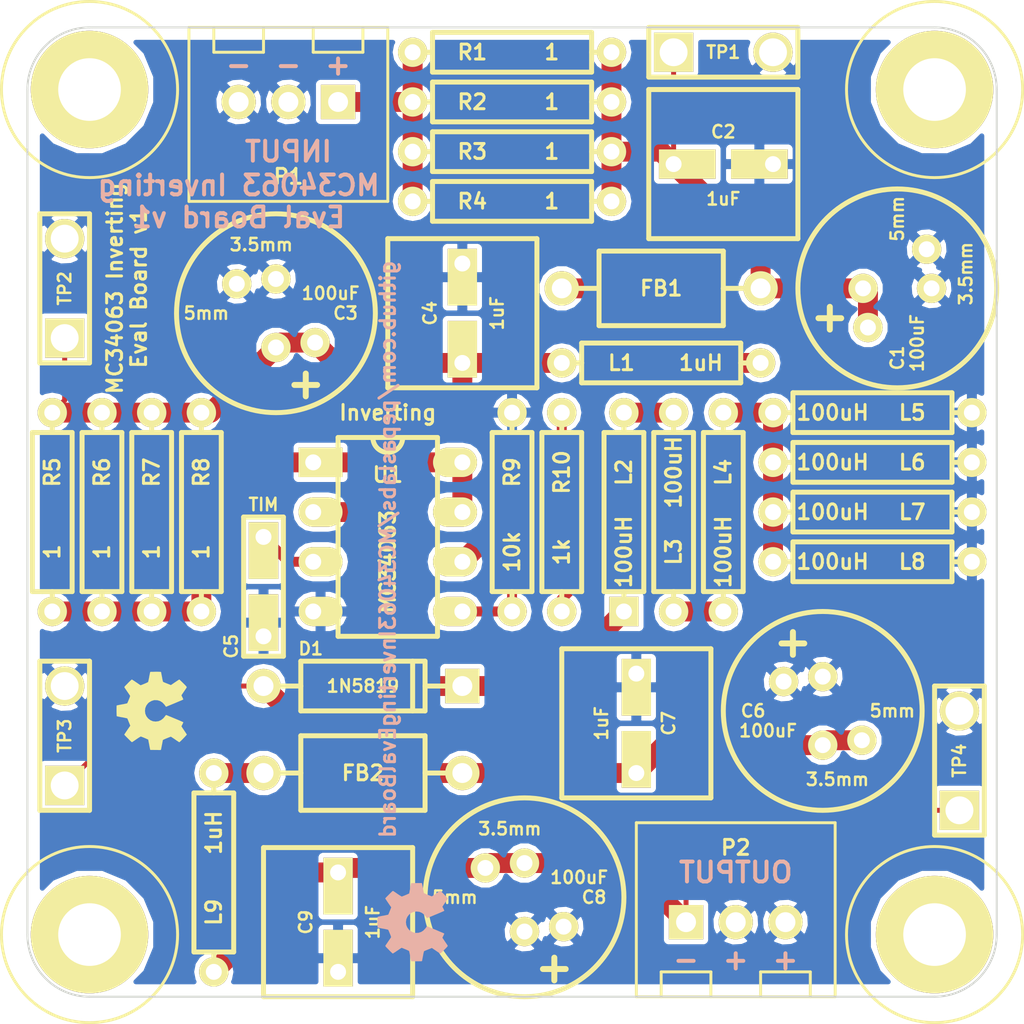
<source format=kicad_pcb>
(kicad_pcb (version 3) (host pcbnew "(2013-07-07 BZR 4022)-stable")

  (general
    (links 77)
    (no_connects 0)
    (area 160.905999 150.745999 213.744001 203.584001)
    (thickness 1.6)
    (drawings 20)
    (tracks 91)
    (zones 0)
    (modules 44)
    (nets 16)
  )

  (page A3)
  (layers
    (15 F.Cu signal)
    (0 B.Cu signal)
    (16 B.Adhes user)
    (17 F.Adhes user)
    (18 B.Paste user)
    (19 F.Paste user)
    (20 B.SilkS user)
    (21 F.SilkS user)
    (22 B.Mask user)
    (23 F.Mask user)
    (24 Dwgs.User user)
    (25 Cmts.User user)
    (26 Eco1.User user)
    (27 Eco2.User user)
    (28 Edge.Cuts user)
  )

  (setup
    (last_trace_width 0.254)
    (user_trace_width 0.508)
    (user_trace_width 0.762)
    (user_trace_width 1.016)
    (trace_clearance 0.254)
    (zone_clearance 0.254)
    (zone_45_only no)
    (trace_min 0.254)
    (segment_width 0.2)
    (edge_width 0.1)
    (via_size 0.889)
    (via_drill 0.635)
    (via_min_size 0.889)
    (via_min_drill 0.508)
    (uvia_size 0.508)
    (uvia_drill 0.127)
    (uvias_allowed no)
    (uvia_min_size 0.508)
    (uvia_min_drill 0.127)
    (pcb_text_width 0.3)
    (pcb_text_size 1.5 1.5)
    (mod_edge_width 0.254)
    (mod_text_size 1 1)
    (mod_text_width 0.15)
    (pad_size 1.4986 1.4986)
    (pad_drill 0.8128)
    (pad_to_mask_clearance 0)
    (aux_axis_origin 0 0)
    (visible_elements 7FFFFFFF)
    (pcbplotparams
      (layerselection 284196865)
      (usegerberextensions true)
      (excludeedgelayer true)
      (linewidth 0.150000)
      (plotframeref false)
      (viasonmask false)
      (mode 1)
      (useauxorigin false)
      (hpglpennumber 1)
      (hpglpenspeed 20)
      (hpglpendiameter 15)
      (hpglpenoverlay 2)
      (psnegative false)
      (psa4output false)
      (plotreference true)
      (plotvalue true)
      (plotothertext true)
      (plotinvisibletext false)
      (padsonsilk false)
      (subtractmaskfromsilk false)
      (outputformat 1)
      (mirror false)
      (drillshape 0)
      (scaleselection 1)
      (outputdirectory ../gerbers/))
  )

  (net 0 "")
  (net 1 GND)
  (net 2 N-000001)
  (net 3 N-0000010)
  (net 4 N-0000011)
  (net 5 N-0000012)
  (net 6 N-0000013)
  (net 7 N-0000014)
  (net 8 N-0000015)
  (net 9 N-000003)
  (net 10 N-000004)
  (net 11 N-000005)
  (net 12 N-000006)
  (net 13 N-000007)
  (net 14 N-000009)
  (net 15 Vin)

  (net_class Default "This is the default net class."
    (clearance 0.254)
    (trace_width 0.254)
    (via_dia 0.889)
    (via_drill 0.635)
    (uvia_dia 0.508)
    (uvia_drill 0.127)
    (add_net "")
    (add_net GND)
    (add_net N-000001)
    (add_net N-0000010)
    (add_net N-0000011)
    (add_net N-0000012)
    (add_net N-0000013)
    (add_net N-0000014)
    (add_net N-0000015)
    (add_net N-000003)
    (add_net N-000004)
    (add_net N-000005)
    (add_net N-000006)
    (add_net N-000007)
    (add_net N-000009)
    (add_net Vin)
  )

  (module TERMINAL_BLOCK_2_5mm (layer F.Cu) (tedit 5525C287) (tstamp 554F039B)
    (at 175.895 156.21 180)
    (descr "2 pin terminal block, 5mm spacing")
    (tags "CONN DEV")
    (path /554E7D5E)
    (fp_text reference P1 (at 0 -3.81 180) (layer F.SilkS)
      (effects (font (size 0.762 0.762) (thickness 0.1524)))
    )
    (fp_text value CONN_2 (at 0 -1.905 180) (layer F.SilkS) hide
      (effects (font (size 0.762 0.762) (thickness 0.1524)))
    )
    (fp_line (start 1.27 3.81) (end 1.27 2.54) (layer F.SilkS) (width 0.15))
    (fp_line (start 1.27 2.54) (end 3.81 2.54) (layer F.SilkS) (width 0.15))
    (fp_line (start 3.81 2.54) (end 3.81 3.81) (layer F.SilkS) (width 0.15))
    (fp_line (start -3.81 3.81) (end -3.81 2.54) (layer F.SilkS) (width 0.15))
    (fp_line (start -3.81 2.54) (end -1.27 2.54) (layer F.SilkS) (width 0.15))
    (fp_line (start -1.27 2.54) (end -1.27 3.81) (layer F.SilkS) (width 0.15))
    (fp_line (start -5.08 -5.08) (end -5.08 3.81) (layer F.SilkS) (width 0.15))
    (fp_line (start -5.08 3.81) (end 5.08 3.81) (layer F.SilkS) (width 0.15))
    (fp_line (start 5.08 3.81) (end 5.08 -5.08) (layer F.SilkS) (width 0.15))
    (fp_line (start 5.08 -5.08) (end -5.08 -5.08) (layer F.SilkS) (width 0.15))
    (pad 1 thru_hole rect (at -2.54 0 180) (size 1.7526 1.7526) (drill 1.016)
      (layers *.Cu *.Mask F.SilkS)
      (net 15 Vin)
    )
    (pad 2 thru_hole circle (at 2.54 0 180) (size 1.7526 1.7526) (drill 1.016)
      (layers *.Cu *.Mask F.SilkS)
      (net 1 GND)
    )
    (pad 2 thru_hole circle (at 0 0 180) (size 1.7526 1.7526) (drill 1.016)
      (layers *.Cu *.Mask F.SilkS)
      (net 1 GND)
    )
    (model pin_array/pins_array_2x1.wrl
      (at (xyz 0 0 0))
      (scale (xyz 1 1 1))
      (rotate (xyz 0 0 0))
    )
  )

  (module TERMINAL_BLOCK_2_5mm (layer F.Cu) (tedit 5525C287) (tstamp 554F03AC)
    (at 198.755 198.12)
    (descr "2 pin terminal block, 5mm spacing")
    (tags "CONN DEV")
    (path /554E818C)
    (fp_text reference P2 (at 0 -3.81) (layer F.SilkS)
      (effects (font (size 0.762 0.762) (thickness 0.1524)))
    )
    (fp_text value CONN_2 (at 0 -1.905) (layer F.SilkS) hide
      (effects (font (size 0.762 0.762) (thickness 0.1524)))
    )
    (fp_line (start 1.27 3.81) (end 1.27 2.54) (layer F.SilkS) (width 0.15))
    (fp_line (start 1.27 2.54) (end 3.81 2.54) (layer F.SilkS) (width 0.15))
    (fp_line (start 3.81 2.54) (end 3.81 3.81) (layer F.SilkS) (width 0.15))
    (fp_line (start -3.81 3.81) (end -3.81 2.54) (layer F.SilkS) (width 0.15))
    (fp_line (start -3.81 2.54) (end -1.27 2.54) (layer F.SilkS) (width 0.15))
    (fp_line (start -1.27 2.54) (end -1.27 3.81) (layer F.SilkS) (width 0.15))
    (fp_line (start -5.08 -5.08) (end -5.08 3.81) (layer F.SilkS) (width 0.15))
    (fp_line (start -5.08 3.81) (end 5.08 3.81) (layer F.SilkS) (width 0.15))
    (fp_line (start 5.08 3.81) (end 5.08 -5.08) (layer F.SilkS) (width 0.15))
    (fp_line (start 5.08 -5.08) (end -5.08 -5.08) (layer F.SilkS) (width 0.15))
    (pad 1 thru_hole rect (at -2.54 0) (size 1.7526 1.7526) (drill 1.016)
      (layers *.Cu *.Mask F.SilkS)
      (net 8 N-0000015)
    )
    (pad 2 thru_hole circle (at 2.54 0) (size 1.7526 1.7526) (drill 1.016)
      (layers *.Cu *.Mask F.SilkS)
      (net 1 GND)
    )
    (pad 2 thru_hole circle (at 0 0) (size 1.7526 1.7526) (drill 1.016)
      (layers *.Cu *.Mask F.SilkS)
      (net 1 GND)
    )
    (model pin_array/pins_array_2x1.wrl
      (at (xyz 0 0 0))
      (scale (xyz 1 1 1))
      (rotate (xyz 0 0 0))
    )
  )

  (module R_AXIAL_0W25_059A_PL (layer F.Cu) (tedit 53A245D9) (tstamp 554F03B9)
    (at 189.865 169.545)
    (descr "Resistor Axial 1/4W 0.4\"")
    (tags R)
    (path /554EEB61)
    (autoplace_cost180 10)
    (fp_text reference L1 (at 3.048 0) (layer F.SilkS)
      (effects (font (size 0.762 0.762) (thickness 0.1524)))
    )
    (fp_text value 1uH (at 7.112 0) (layer F.SilkS)
      (effects (font (size 0.762 0.762) (thickness 0.1524)))
    )
    (fp_line (start 0 0) (end 1.016 0) (layer F.SilkS) (width 0.254))
    (fp_line (start 1.016 0) (end 1.016 -1.016) (layer F.SilkS) (width 0.254))
    (fp_line (start 1.016 -1.016) (end 9.144 -1.016) (layer F.SilkS) (width 0.254))
    (fp_line (start 9.144 -1.016) (end 9.144 1.016) (layer F.SilkS) (width 0.254))
    (fp_line (start 9.144 1.016) (end 1.016 1.016) (layer F.SilkS) (width 0.254))
    (fp_line (start 1.016 1.016) (end 1.016 0) (layer F.SilkS) (width 0.254))
    (fp_line (start 10.16 0) (end 9.144 0) (layer F.SilkS) (width 0.254))
    (pad 1 thru_hole oval (at 0 0) (size 1.4986 1.4986) (drill 0.8128)
      (layers *.Cu *.Mask F.SilkS)
      (net 14 N-000009)
    )
    (pad 2 thru_hole oval (at 10.16 0) (size 1.4986 1.4986) (drill 0.8128)
      (layers *.Cu *.Mask F.SilkS)
      (net 9 N-000003)
    )
    (model discret/resistor.wrl
      (at (xyz 0 0 0))
      (scale (xyz 0.4 0.4 0.4))
      (rotate (xyz 0 0 0))
    )
  )

  (module R_AXIAL_0W25_059A_PL (layer F.Cu) (tedit 53A245D9) (tstamp 554F03C6)
    (at 182.245 156.21)
    (descr "Resistor Axial 1/4W 0.4\"")
    (tags R)
    (path /554EF401)
    (autoplace_cost180 10)
    (fp_text reference R2 (at 3.048 0) (layer F.SilkS)
      (effects (font (size 0.762 0.762) (thickness 0.1524)))
    )
    (fp_text value 1 (at 7.112 0) (layer F.SilkS)
      (effects (font (size 0.762 0.762) (thickness 0.1524)))
    )
    (fp_line (start 0 0) (end 1.016 0) (layer F.SilkS) (width 0.254))
    (fp_line (start 1.016 0) (end 1.016 -1.016) (layer F.SilkS) (width 0.254))
    (fp_line (start 1.016 -1.016) (end 9.144 -1.016) (layer F.SilkS) (width 0.254))
    (fp_line (start 9.144 -1.016) (end 9.144 1.016) (layer F.SilkS) (width 0.254))
    (fp_line (start 9.144 1.016) (end 1.016 1.016) (layer F.SilkS) (width 0.254))
    (fp_line (start 1.016 1.016) (end 1.016 0) (layer F.SilkS) (width 0.254))
    (fp_line (start 10.16 0) (end 9.144 0) (layer F.SilkS) (width 0.254))
    (pad 1 thru_hole oval (at 0 0) (size 1.4986 1.4986) (drill 0.8128)
      (layers *.Cu *.Mask F.SilkS)
      (net 15 Vin)
    )
    (pad 2 thru_hole oval (at 10.16 0) (size 1.4986 1.4986) (drill 0.8128)
      (layers *.Cu *.Mask F.SilkS)
      (net 13 N-000007)
    )
    (model discret/resistor.wrl
      (at (xyz 0 0 0))
      (scale (xyz 0.4 0.4 0.4))
      (rotate (xyz 0 0 0))
    )
  )

  (module R_AXIAL_0W25_059A_PL (layer F.Cu) (tedit 53A245D9) (tstamp 554F03D3)
    (at 182.245 158.75)
    (descr "Resistor Axial 1/4W 0.4\"")
    (tags R)
    (path /554EF407)
    (autoplace_cost180 10)
    (fp_text reference R3 (at 3.048 0) (layer F.SilkS)
      (effects (font (size 0.762 0.762) (thickness 0.1524)))
    )
    (fp_text value 1 (at 7.112 0) (layer F.SilkS)
      (effects (font (size 0.762 0.762) (thickness 0.1524)))
    )
    (fp_line (start 0 0) (end 1.016 0) (layer F.SilkS) (width 0.254))
    (fp_line (start 1.016 0) (end 1.016 -1.016) (layer F.SilkS) (width 0.254))
    (fp_line (start 1.016 -1.016) (end 9.144 -1.016) (layer F.SilkS) (width 0.254))
    (fp_line (start 9.144 -1.016) (end 9.144 1.016) (layer F.SilkS) (width 0.254))
    (fp_line (start 9.144 1.016) (end 1.016 1.016) (layer F.SilkS) (width 0.254))
    (fp_line (start 1.016 1.016) (end 1.016 0) (layer F.SilkS) (width 0.254))
    (fp_line (start 10.16 0) (end 9.144 0) (layer F.SilkS) (width 0.254))
    (pad 1 thru_hole oval (at 0 0) (size 1.4986 1.4986) (drill 0.8128)
      (layers *.Cu *.Mask F.SilkS)
      (net 15 Vin)
    )
    (pad 2 thru_hole oval (at 10.16 0) (size 1.4986 1.4986) (drill 0.8128)
      (layers *.Cu *.Mask F.SilkS)
      (net 13 N-000007)
    )
    (model discret/resistor.wrl
      (at (xyz 0 0 0))
      (scale (xyz 0.4 0.4 0.4))
      (rotate (xyz 0 0 0))
    )
  )

  (module R_AXIAL_0W25_059A_PL (layer F.Cu) (tedit 53A245D9) (tstamp 554F03E0)
    (at 172.085 200.66 90)
    (descr "Resistor Axial 1/4W 0.4\"")
    (tags R)
    (path /554EE9BF)
    (autoplace_cost180 10)
    (fp_text reference L9 (at 3.048 0 90) (layer F.SilkS)
      (effects (font (size 0.762 0.762) (thickness 0.1524)))
    )
    (fp_text value 1uH (at 7.112 0 90) (layer F.SilkS)
      (effects (font (size 0.762 0.762) (thickness 0.1524)))
    )
    (fp_line (start 0 0) (end 1.016 0) (layer F.SilkS) (width 0.254))
    (fp_line (start 1.016 0) (end 1.016 -1.016) (layer F.SilkS) (width 0.254))
    (fp_line (start 1.016 -1.016) (end 9.144 -1.016) (layer F.SilkS) (width 0.254))
    (fp_line (start 9.144 -1.016) (end 9.144 1.016) (layer F.SilkS) (width 0.254))
    (fp_line (start 9.144 1.016) (end 1.016 1.016) (layer F.SilkS) (width 0.254))
    (fp_line (start 1.016 1.016) (end 1.016 0) (layer F.SilkS) (width 0.254))
    (fp_line (start 10.16 0) (end 9.144 0) (layer F.SilkS) (width 0.254))
    (pad 1 thru_hole oval (at 0 0 90) (size 1.4986 1.4986) (drill 0.8128)
      (layers *.Cu *.Mask F.SilkS)
      (net 8 N-0000015)
    )
    (pad 2 thru_hole oval (at 10.16 0 90) (size 1.4986 1.4986) (drill 0.8128)
      (layers *.Cu *.Mask F.SilkS)
      (net 2 N-000001)
    )
    (model discret/resistor.wrl
      (at (xyz 0 0 0))
      (scale (xyz 0.4 0.4 0.4))
      (rotate (xyz 0 0 0))
    )
  )

  (module R_AXIAL_0W25_059A_PL (layer F.Cu) (tedit 53A245D9) (tstamp 554F03ED)
    (at 182.245 161.29)
    (descr "Resistor Axial 1/4W 0.4\"")
    (tags R)
    (path /554EF40D)
    (autoplace_cost180 10)
    (fp_text reference R4 (at 3.048 0) (layer F.SilkS)
      (effects (font (size 0.762 0.762) (thickness 0.1524)))
    )
    (fp_text value 1 (at 7.112 0) (layer F.SilkS)
      (effects (font (size 0.762 0.762) (thickness 0.1524)))
    )
    (fp_line (start 0 0) (end 1.016 0) (layer F.SilkS) (width 0.254))
    (fp_line (start 1.016 0) (end 1.016 -1.016) (layer F.SilkS) (width 0.254))
    (fp_line (start 1.016 -1.016) (end 9.144 -1.016) (layer F.SilkS) (width 0.254))
    (fp_line (start 9.144 -1.016) (end 9.144 1.016) (layer F.SilkS) (width 0.254))
    (fp_line (start 9.144 1.016) (end 1.016 1.016) (layer F.SilkS) (width 0.254))
    (fp_line (start 1.016 1.016) (end 1.016 0) (layer F.SilkS) (width 0.254))
    (fp_line (start 10.16 0) (end 9.144 0) (layer F.SilkS) (width 0.254))
    (pad 1 thru_hole oval (at 0 0) (size 1.4986 1.4986) (drill 0.8128)
      (layers *.Cu *.Mask F.SilkS)
      (net 15 Vin)
    )
    (pad 2 thru_hole oval (at 10.16 0) (size 1.4986 1.4986) (drill 0.8128)
      (layers *.Cu *.Mask F.SilkS)
      (net 13 N-000007)
    )
    (model discret/resistor.wrl
      (at (xyz 0 0 0))
      (scale (xyz 0.4 0.4 0.4))
      (rotate (xyz 0 0 0))
    )
  )

  (module R_AXIAL_0W25_059A_PL (layer F.Cu) (tedit 53A245D9) (tstamp 554F03FA)
    (at 182.245 153.67)
    (descr "Resistor Axial 1/4W 0.4\"")
    (tags R)
    (path /554EF413)
    (autoplace_cost180 10)
    (fp_text reference R1 (at 3.048 0) (layer F.SilkS)
      (effects (font (size 0.762 0.762) (thickness 0.1524)))
    )
    (fp_text value 1 (at 7.112 0) (layer F.SilkS)
      (effects (font (size 0.762 0.762) (thickness 0.1524)))
    )
    (fp_line (start 0 0) (end 1.016 0) (layer F.SilkS) (width 0.254))
    (fp_line (start 1.016 0) (end 1.016 -1.016) (layer F.SilkS) (width 0.254))
    (fp_line (start 1.016 -1.016) (end 9.144 -1.016) (layer F.SilkS) (width 0.254))
    (fp_line (start 9.144 -1.016) (end 9.144 1.016) (layer F.SilkS) (width 0.254))
    (fp_line (start 9.144 1.016) (end 1.016 1.016) (layer F.SilkS) (width 0.254))
    (fp_line (start 1.016 1.016) (end 1.016 0) (layer F.SilkS) (width 0.254))
    (fp_line (start 10.16 0) (end 9.144 0) (layer F.SilkS) (width 0.254))
    (pad 1 thru_hole oval (at 0 0) (size 1.4986 1.4986) (drill 0.8128)
      (layers *.Cu *.Mask F.SilkS)
      (net 15 Vin)
    )
    (pad 2 thru_hole oval (at 10.16 0) (size 1.4986 1.4986) (drill 0.8128)
      (layers *.Cu *.Mask F.SilkS)
      (net 13 N-000007)
    )
    (model discret/resistor.wrl
      (at (xyz 0 0 0))
      (scale (xyz 0.4 0.4 0.4))
      (rotate (xyz 0 0 0))
    )
  )

  (module R_AXIAL_0W25_059A_PL (layer F.Cu) (tedit 53A245D9) (tstamp 554F0407)
    (at 195.58 182.245 90)
    (descr "Resistor Axial 1/4W 0.4\"")
    (tags R)
    (path /554F0143)
    (autoplace_cost180 10)
    (fp_text reference L3 (at 3.048 0 90) (layer F.SilkS)
      (effects (font (size 0.762 0.762) (thickness 0.1524)))
    )
    (fp_text value 100uH (at 7.112 0 90) (layer F.SilkS)
      (effects (font (size 0.762 0.762) (thickness 0.1524)))
    )
    (fp_line (start 0 0) (end 1.016 0) (layer F.SilkS) (width 0.254))
    (fp_line (start 1.016 0) (end 1.016 -1.016) (layer F.SilkS) (width 0.254))
    (fp_line (start 1.016 -1.016) (end 9.144 -1.016) (layer F.SilkS) (width 0.254))
    (fp_line (start 9.144 -1.016) (end 9.144 1.016) (layer F.SilkS) (width 0.254))
    (fp_line (start 9.144 1.016) (end 1.016 1.016) (layer F.SilkS) (width 0.254))
    (fp_line (start 1.016 1.016) (end 1.016 0) (layer F.SilkS) (width 0.254))
    (fp_line (start 10.16 0) (end 9.144 0) (layer F.SilkS) (width 0.254))
    (pad 1 thru_hole oval (at 0 0 90) (size 1.4986 1.4986) (drill 0.8128)
      (layers *.Cu *.Mask F.SilkS)
      (net 11 N-000005)
    )
    (pad 2 thru_hole oval (at 10.16 0 90) (size 1.4986 1.4986) (drill 0.8128)
      (layers *.Cu *.Mask F.SilkS)
      (net 10 N-000004)
    )
    (model discret/resistor.wrl
      (at (xyz 0 0 0))
      (scale (xyz 0.4 0.4 0.4))
      (rotate (xyz 0 0 0))
    )
  )

  (module R_AXIAL_0W25_059A_PL (layer F.Cu) (tedit 53A245D9) (tstamp 554F0414)
    (at 198.12 172.085 270)
    (descr "Resistor Axial 1/4W 0.4\"")
    (tags R)
    (path /554F0149)
    (autoplace_cost180 10)
    (fp_text reference L4 (at 3.048 0 270) (layer F.SilkS)
      (effects (font (size 0.762 0.762) (thickness 0.1524)))
    )
    (fp_text value 100uH (at 7.112 0 270) (layer F.SilkS)
      (effects (font (size 0.762 0.762) (thickness 0.1524)))
    )
    (fp_line (start 0 0) (end 1.016 0) (layer F.SilkS) (width 0.254))
    (fp_line (start 1.016 0) (end 1.016 -1.016) (layer F.SilkS) (width 0.254))
    (fp_line (start 1.016 -1.016) (end 9.144 -1.016) (layer F.SilkS) (width 0.254))
    (fp_line (start 9.144 -1.016) (end 9.144 1.016) (layer F.SilkS) (width 0.254))
    (fp_line (start 9.144 1.016) (end 1.016 1.016) (layer F.SilkS) (width 0.254))
    (fp_line (start 1.016 1.016) (end 1.016 0) (layer F.SilkS) (width 0.254))
    (fp_line (start 10.16 0) (end 9.144 0) (layer F.SilkS) (width 0.254))
    (pad 1 thru_hole oval (at 0 0 270) (size 1.4986 1.4986) (drill 0.8128)
      (layers *.Cu *.Mask F.SilkS)
      (net 12 N-000006)
    )
    (pad 2 thru_hole oval (at 10.16 0 270) (size 1.4986 1.4986) (drill 0.8128)
      (layers *.Cu *.Mask F.SilkS)
      (net 11 N-000005)
    )
    (model discret/resistor.wrl
      (at (xyz 0 0 0))
      (scale (xyz 0.4 0.4 0.4))
      (rotate (xyz 0 0 0))
    )
  )

  (module R_AXIAL_0W25_059A_PL (layer F.Cu) (tedit 554F1F40) (tstamp 554F0421)
    (at 189.865 172.085 270)
    (descr "Resistor Axial 1/4W 0.4\"")
    (tags R)
    (path /554E8339)
    (autoplace_cost180 10)
    (fp_text reference R10 (at 3.048 0 270) (layer F.SilkS)
      (effects (font (size 0.762 0.762) (thickness 0.1524)))
    )
    (fp_text value 1k (at 7.112 0 270) (layer F.SilkS)
      (effects (font (size 0.762 0.762) (thickness 0.1524)))
    )
    (fp_line (start 0 0) (end 1.016 0) (layer F.SilkS) (width 0.254))
    (fp_line (start 1.016 0) (end 1.016 -1.016) (layer F.SilkS) (width 0.254))
    (fp_line (start 1.016 -1.016) (end 9.144 -1.016) (layer F.SilkS) (width 0.254))
    (fp_line (start 9.144 -1.016) (end 9.144 1.016) (layer F.SilkS) (width 0.254))
    (fp_line (start 9.144 1.016) (end 1.016 1.016) (layer F.SilkS) (width 0.254))
    (fp_line (start 1.016 1.016) (end 1.016 0) (layer F.SilkS) (width 0.254))
    (fp_line (start 10.16 0) (end 9.144 0) (layer F.SilkS) (width 0.254))
    (pad 1 thru_hole oval (at 0 0 270) (size 1.4986 1.4986) (drill 0.8128)
      (layers *.Cu *.Mask F.SilkS)
      (net 3 N-0000010)
    )
    (pad 2 thru_hole oval (at 10.16 0 270) (size 1.4986 1.4986) (drill 0.8128)
      (layers *.Cu *.Mask F.SilkS)
      (net 7 N-0000014)
    )
    (model discret/resistor.wrl
      (at (xyz 0 0 0))
      (scale (xyz 0.4 0.4 0.4))
      (rotate (xyz 0 0 0))
    )
  )

  (module R_AXIAL_0W25_059A_PL (layer F.Cu) (tedit 554F1F49) (tstamp 554F042E)
    (at 187.325 172.085 270)
    (descr "Resistor Axial 1/4W 0.4\"")
    (tags R)
    (path /554E832A)
    (autoplace_cost180 10)
    (fp_text reference R9 (at 3.048 0 270) (layer F.SilkS)
      (effects (font (size 0.762 0.762) (thickness 0.1524)))
    )
    (fp_text value 10k (at 7.112 0 270) (layer F.SilkS)
      (effects (font (size 0.762 0.762) (thickness 0.1524)))
    )
    (fp_line (start 0 0) (end 1.016 0) (layer F.SilkS) (width 0.254))
    (fp_line (start 1.016 0) (end 1.016 -1.016) (layer F.SilkS) (width 0.254))
    (fp_line (start 1.016 -1.016) (end 9.144 -1.016) (layer F.SilkS) (width 0.254))
    (fp_line (start 9.144 -1.016) (end 9.144 1.016) (layer F.SilkS) (width 0.254))
    (fp_line (start 9.144 1.016) (end 1.016 1.016) (layer F.SilkS) (width 0.254))
    (fp_line (start 1.016 1.016) (end 1.016 0) (layer F.SilkS) (width 0.254))
    (fp_line (start 10.16 0) (end 9.144 0) (layer F.SilkS) (width 0.254))
    (pad 1 thru_hole oval (at 0 0 270) (size 1.4986 1.4986) (drill 0.8128)
      (layers *.Cu *.Mask F.SilkS)
      (net 1 GND)
    )
    (pad 2 thru_hole oval (at 10.16 0 270) (size 1.4986 1.4986) (drill 0.8128)
      (layers *.Cu *.Mask F.SilkS)
      (net 3 N-0000010)
    )
    (model discret/resistor.wrl
      (at (xyz 0 0 0))
      (scale (xyz 0.4 0.4 0.4))
      (rotate (xyz 0 0 0))
    )
  )

  (module R_AXIAL_0W25_059A_PL (layer F.Cu) (tedit 53A245D9) (tstamp 554F043B)
    (at 210.82 172.085 180)
    (descr "Resistor Axial 1/4W 0.4\"")
    (tags R)
    (path /554F0150)
    (autoplace_cost180 10)
    (fp_text reference L5 (at 3.048 0 180) (layer F.SilkS)
      (effects (font (size 0.762 0.762) (thickness 0.1524)))
    )
    (fp_text value 100uH (at 7.112 0 180) (layer F.SilkS)
      (effects (font (size 0.762 0.762) (thickness 0.1524)))
    )
    (fp_line (start 0 0) (end 1.016 0) (layer F.SilkS) (width 0.254))
    (fp_line (start 1.016 0) (end 1.016 -1.016) (layer F.SilkS) (width 0.254))
    (fp_line (start 1.016 -1.016) (end 9.144 -1.016) (layer F.SilkS) (width 0.254))
    (fp_line (start 9.144 -1.016) (end 9.144 1.016) (layer F.SilkS) (width 0.254))
    (fp_line (start 9.144 1.016) (end 1.016 1.016) (layer F.SilkS) (width 0.254))
    (fp_line (start 1.016 1.016) (end 1.016 0) (layer F.SilkS) (width 0.254))
    (fp_line (start 10.16 0) (end 9.144 0) (layer F.SilkS) (width 0.254))
    (pad 1 thru_hole oval (at 0 0 180) (size 1.4986 1.4986) (drill 0.8128)
      (layers *.Cu *.Mask F.SilkS)
      (net 1 GND)
    )
    (pad 2 thru_hole oval (at 10.16 0 180) (size 1.4986 1.4986) (drill 0.8128)
      (layers *.Cu *.Mask F.SilkS)
      (net 12 N-000006)
    )
    (model discret/resistor.wrl
      (at (xyz 0 0 0))
      (scale (xyz 0.4 0.4 0.4))
      (rotate (xyz 0 0 0))
    )
  )

  (module R_AXIAL_0W25_059A_PL (layer F.Cu) (tedit 554F13F7) (tstamp 554F0448)
    (at 193.04 172.085 270)
    (descr "Resistor Axial 1/4W 0.4\"")
    (tags R)
    (path /554E8161)
    (autoplace_cost180 10)
    (fp_text reference L2 (at 3.048 0 270) (layer F.SilkS)
      (effects (font (size 0.762 0.762) (thickness 0.1524)))
    )
    (fp_text value 100uH (at 7.112 0 270) (layer F.SilkS)
      (effects (font (size 0.762 0.762) (thickness 0.1524)))
    )
    (fp_line (start 0 0) (end 1.016 0) (layer F.SilkS) (width 0.254))
    (fp_line (start 1.016 0) (end 1.016 -1.016) (layer F.SilkS) (width 0.254))
    (fp_line (start 1.016 -1.016) (end 9.144 -1.016) (layer F.SilkS) (width 0.254))
    (fp_line (start 9.144 -1.016) (end 9.144 1.016) (layer F.SilkS) (width 0.254))
    (fp_line (start 9.144 1.016) (end 1.016 1.016) (layer F.SilkS) (width 0.254))
    (fp_line (start 1.016 1.016) (end 1.016 0) (layer F.SilkS) (width 0.254))
    (fp_line (start 10.16 0) (end 9.144 0) (layer F.SilkS) (width 0.254))
    (pad 1 thru_hole oval (at 0 0 270) (size 1.4986 1.4986) (drill 0.8128)
      (layers *.Cu *.Mask F.SilkS)
      (net 10 N-000004)
    )
    (pad 2 thru_hole rect (at 10.16 0 270) (size 1.4986 1.4986) (drill 0.8128)
      (layers *.Cu *.Mask F.SilkS)
      (net 5 N-0000012)
    )
    (model discret/resistor.wrl
      (at (xyz 0 0 0))
      (scale (xyz 0.4 0.4 0.4))
      (rotate (xyz 0 0 0))
    )
  )

  (module R_AXIAL_0W25_059A_PL (layer F.Cu) (tedit 53A245D9) (tstamp 554F0455)
    (at 210.82 174.625 180)
    (descr "Resistor Axial 1/4W 0.4\"")
    (tags R)
    (path /554F02FB)
    (autoplace_cost180 10)
    (fp_text reference L6 (at 3.048 0 180) (layer F.SilkS)
      (effects (font (size 0.762 0.762) (thickness 0.1524)))
    )
    (fp_text value 100uH (at 7.112 0 180) (layer F.SilkS)
      (effects (font (size 0.762 0.762) (thickness 0.1524)))
    )
    (fp_line (start 0 0) (end 1.016 0) (layer F.SilkS) (width 0.254))
    (fp_line (start 1.016 0) (end 1.016 -1.016) (layer F.SilkS) (width 0.254))
    (fp_line (start 1.016 -1.016) (end 9.144 -1.016) (layer F.SilkS) (width 0.254))
    (fp_line (start 9.144 -1.016) (end 9.144 1.016) (layer F.SilkS) (width 0.254))
    (fp_line (start 9.144 1.016) (end 1.016 1.016) (layer F.SilkS) (width 0.254))
    (fp_line (start 1.016 1.016) (end 1.016 0) (layer F.SilkS) (width 0.254))
    (fp_line (start 10.16 0) (end 9.144 0) (layer F.SilkS) (width 0.254))
    (pad 1 thru_hole oval (at 0 0 180) (size 1.4986 1.4986) (drill 0.8128)
      (layers *.Cu *.Mask F.SilkS)
      (net 1 GND)
    )
    (pad 2 thru_hole oval (at 10.16 0 180) (size 1.4986 1.4986) (drill 0.8128)
      (layers *.Cu *.Mask F.SilkS)
      (net 12 N-000006)
    )
    (model discret/resistor.wrl
      (at (xyz 0 0 0))
      (scale (xyz 0.4 0.4 0.4))
      (rotate (xyz 0 0 0))
    )
  )

  (module R_AXIAL_0W25_059A_PL (layer F.Cu) (tedit 53A245D9) (tstamp 554F0462)
    (at 163.83 172.085 270)
    (descr "Resistor Axial 1/4W 0.4\"")
    (tags R)
    (path /554E7EDB)
    (autoplace_cost180 10)
    (fp_text reference R5 (at 3.048 0 270) (layer F.SilkS)
      (effects (font (size 0.762 0.762) (thickness 0.1524)))
    )
    (fp_text value 1 (at 7.112 0 270) (layer F.SilkS)
      (effects (font (size 0.762 0.762) (thickness 0.1524)))
    )
    (fp_line (start 0 0) (end 1.016 0) (layer F.SilkS) (width 0.254))
    (fp_line (start 1.016 0) (end 1.016 -1.016) (layer F.SilkS) (width 0.254))
    (fp_line (start 1.016 -1.016) (end 9.144 -1.016) (layer F.SilkS) (width 0.254))
    (fp_line (start 9.144 -1.016) (end 9.144 1.016) (layer F.SilkS) (width 0.254))
    (fp_line (start 9.144 1.016) (end 1.016 1.016) (layer F.SilkS) (width 0.254))
    (fp_line (start 1.016 1.016) (end 1.016 0) (layer F.SilkS) (width 0.254))
    (fp_line (start 10.16 0) (end 9.144 0) (layer F.SilkS) (width 0.254))
    (pad 1 thru_hole oval (at 0 0 270) (size 1.4986 1.4986) (drill 0.8128)
      (layers *.Cu *.Mask F.SilkS)
      (net 14 N-000009)
    )
    (pad 2 thru_hole oval (at 10.16 0 270) (size 1.4986 1.4986) (drill 0.8128)
      (layers *.Cu *.Mask F.SilkS)
      (net 6 N-0000013)
    )
    (model discret/resistor.wrl
      (at (xyz 0 0 0))
      (scale (xyz 0.4 0.4 0.4))
      (rotate (xyz 0 0 0))
    )
  )

  (module R_AXIAL_0W25_059A_PL (layer F.Cu) (tedit 53A245D9) (tstamp 554F046F)
    (at 171.45 172.085 270)
    (descr "Resistor Axial 1/4W 0.4\"")
    (tags R)
    (path /554E7ECC)
    (autoplace_cost180 10)
    (fp_text reference R8 (at 3.048 0 270) (layer F.SilkS)
      (effects (font (size 0.762 0.762) (thickness 0.1524)))
    )
    (fp_text value 1 (at 7.112 0 270) (layer F.SilkS)
      (effects (font (size 0.762 0.762) (thickness 0.1524)))
    )
    (fp_line (start 0 0) (end 1.016 0) (layer F.SilkS) (width 0.254))
    (fp_line (start 1.016 0) (end 1.016 -1.016) (layer F.SilkS) (width 0.254))
    (fp_line (start 1.016 -1.016) (end 9.144 -1.016) (layer F.SilkS) (width 0.254))
    (fp_line (start 9.144 -1.016) (end 9.144 1.016) (layer F.SilkS) (width 0.254))
    (fp_line (start 9.144 1.016) (end 1.016 1.016) (layer F.SilkS) (width 0.254))
    (fp_line (start 1.016 1.016) (end 1.016 0) (layer F.SilkS) (width 0.254))
    (fp_line (start 10.16 0) (end 9.144 0) (layer F.SilkS) (width 0.254))
    (pad 1 thru_hole oval (at 0 0 270) (size 1.4986 1.4986) (drill 0.8128)
      (layers *.Cu *.Mask F.SilkS)
      (net 14 N-000009)
    )
    (pad 2 thru_hole oval (at 10.16 0 270) (size 1.4986 1.4986) (drill 0.8128)
      (layers *.Cu *.Mask F.SilkS)
      (net 6 N-0000013)
    )
    (model discret/resistor.wrl
      (at (xyz 0 0 0))
      (scale (xyz 0.4 0.4 0.4))
      (rotate (xyz 0 0 0))
    )
  )

  (module R_AXIAL_0W25_059A_PL (layer F.Cu) (tedit 53A245D9) (tstamp 554F047C)
    (at 168.91 172.085 270)
    (descr "Resistor Axial 1/4W 0.4\"")
    (tags R)
    (path /554E7EBD)
    (autoplace_cost180 10)
    (fp_text reference R7 (at 3.048 0 270) (layer F.SilkS)
      (effects (font (size 0.762 0.762) (thickness 0.1524)))
    )
    (fp_text value 1 (at 7.112 0 270) (layer F.SilkS)
      (effects (font (size 0.762 0.762) (thickness 0.1524)))
    )
    (fp_line (start 0 0) (end 1.016 0) (layer F.SilkS) (width 0.254))
    (fp_line (start 1.016 0) (end 1.016 -1.016) (layer F.SilkS) (width 0.254))
    (fp_line (start 1.016 -1.016) (end 9.144 -1.016) (layer F.SilkS) (width 0.254))
    (fp_line (start 9.144 -1.016) (end 9.144 1.016) (layer F.SilkS) (width 0.254))
    (fp_line (start 9.144 1.016) (end 1.016 1.016) (layer F.SilkS) (width 0.254))
    (fp_line (start 1.016 1.016) (end 1.016 0) (layer F.SilkS) (width 0.254))
    (fp_line (start 10.16 0) (end 9.144 0) (layer F.SilkS) (width 0.254))
    (pad 1 thru_hole oval (at 0 0 270) (size 1.4986 1.4986) (drill 0.8128)
      (layers *.Cu *.Mask F.SilkS)
      (net 14 N-000009)
    )
    (pad 2 thru_hole oval (at 10.16 0 270) (size 1.4986 1.4986) (drill 0.8128)
      (layers *.Cu *.Mask F.SilkS)
      (net 6 N-0000013)
    )
    (model discret/resistor.wrl
      (at (xyz 0 0 0))
      (scale (xyz 0.4 0.4 0.4))
      (rotate (xyz 0 0 0))
    )
  )

  (module R_AXIAL_0W25_059A_PL (layer F.Cu) (tedit 53A245D9) (tstamp 554F0489)
    (at 166.37 172.085 270)
    (descr "Resistor Axial 1/4W 0.4\"")
    (tags R)
    (path /554E7EA3)
    (autoplace_cost180 10)
    (fp_text reference R6 (at 3.048 0 270) (layer F.SilkS)
      (effects (font (size 0.762 0.762) (thickness 0.1524)))
    )
    (fp_text value 1 (at 7.112 0 270) (layer F.SilkS)
      (effects (font (size 0.762 0.762) (thickness 0.1524)))
    )
    (fp_line (start 0 0) (end 1.016 0) (layer F.SilkS) (width 0.254))
    (fp_line (start 1.016 0) (end 1.016 -1.016) (layer F.SilkS) (width 0.254))
    (fp_line (start 1.016 -1.016) (end 9.144 -1.016) (layer F.SilkS) (width 0.254))
    (fp_line (start 9.144 -1.016) (end 9.144 1.016) (layer F.SilkS) (width 0.254))
    (fp_line (start 9.144 1.016) (end 1.016 1.016) (layer F.SilkS) (width 0.254))
    (fp_line (start 1.016 1.016) (end 1.016 0) (layer F.SilkS) (width 0.254))
    (fp_line (start 10.16 0) (end 9.144 0) (layer F.SilkS) (width 0.254))
    (pad 1 thru_hole oval (at 0 0 270) (size 1.4986 1.4986) (drill 0.8128)
      (layers *.Cu *.Mask F.SilkS)
      (net 14 N-000009)
    )
    (pad 2 thru_hole oval (at 10.16 0 270) (size 1.4986 1.4986) (drill 0.8128)
      (layers *.Cu *.Mask F.SilkS)
      (net 6 N-0000013)
    )
    (model discret/resistor.wrl
      (at (xyz 0 0 0))
      (scale (xyz 0.4 0.4 0.4))
      (rotate (xyz 0 0 0))
    )
  )

  (module R_AXIAL_0W25_059A_PL (layer F.Cu) (tedit 53A245D9) (tstamp 554F0496)
    (at 210.82 177.165 180)
    (descr "Resistor Axial 1/4W 0.4\"")
    (tags R)
    (path /554F0301)
    (autoplace_cost180 10)
    (fp_text reference L7 (at 3.048 0 180) (layer F.SilkS)
      (effects (font (size 0.762 0.762) (thickness 0.1524)))
    )
    (fp_text value 100uH (at 7.112 0 180) (layer F.SilkS)
      (effects (font (size 0.762 0.762) (thickness 0.1524)))
    )
    (fp_line (start 0 0) (end 1.016 0) (layer F.SilkS) (width 0.254))
    (fp_line (start 1.016 0) (end 1.016 -1.016) (layer F.SilkS) (width 0.254))
    (fp_line (start 1.016 -1.016) (end 9.144 -1.016) (layer F.SilkS) (width 0.254))
    (fp_line (start 9.144 -1.016) (end 9.144 1.016) (layer F.SilkS) (width 0.254))
    (fp_line (start 9.144 1.016) (end 1.016 1.016) (layer F.SilkS) (width 0.254))
    (fp_line (start 1.016 1.016) (end 1.016 0) (layer F.SilkS) (width 0.254))
    (fp_line (start 10.16 0) (end 9.144 0) (layer F.SilkS) (width 0.254))
    (pad 1 thru_hole oval (at 0 0 180) (size 1.4986 1.4986) (drill 0.8128)
      (layers *.Cu *.Mask F.SilkS)
      (net 1 GND)
    )
    (pad 2 thru_hole oval (at 10.16 0 180) (size 1.4986 1.4986) (drill 0.8128)
      (layers *.Cu *.Mask F.SilkS)
      (net 12 N-000006)
    )
    (model discret/resistor.wrl
      (at (xyz 0 0 0))
      (scale (xyz 0.4 0.4 0.4))
      (rotate (xyz 0 0 0))
    )
  )

  (module R_AXIAL_0W25_059A_PL (layer F.Cu) (tedit 53A245D9) (tstamp 554F04A3)
    (at 210.82 179.705 180)
    (descr "Resistor Axial 1/4W 0.4\"")
    (tags R)
    (path /554F0307)
    (autoplace_cost180 10)
    (fp_text reference L8 (at 3.048 0 180) (layer F.SilkS)
      (effects (font (size 0.762 0.762) (thickness 0.1524)))
    )
    (fp_text value 100uH (at 7.112 0 180) (layer F.SilkS)
      (effects (font (size 0.762 0.762) (thickness 0.1524)))
    )
    (fp_line (start 0 0) (end 1.016 0) (layer F.SilkS) (width 0.254))
    (fp_line (start 1.016 0) (end 1.016 -1.016) (layer F.SilkS) (width 0.254))
    (fp_line (start 1.016 -1.016) (end 9.144 -1.016) (layer F.SilkS) (width 0.254))
    (fp_line (start 9.144 -1.016) (end 9.144 1.016) (layer F.SilkS) (width 0.254))
    (fp_line (start 9.144 1.016) (end 1.016 1.016) (layer F.SilkS) (width 0.254))
    (fp_line (start 1.016 1.016) (end 1.016 0) (layer F.SilkS) (width 0.254))
    (fp_line (start 10.16 0) (end 9.144 0) (layer F.SilkS) (width 0.254))
    (pad 1 thru_hole oval (at 0 0 180) (size 1.4986 1.4986) (drill 0.8128)
      (layers *.Cu *.Mask F.SilkS)
      (net 1 GND)
    )
    (pad 2 thru_hole oval (at 10.16 0 180) (size 1.4986 1.4986) (drill 0.8128)
      (layers *.Cu *.Mask F.SilkS)
      (net 12 N-000006)
    )
    (model discret/resistor.wrl
      (at (xyz 0 0 0))
      (scale (xyz 0.4 0.4 0.4))
      (rotate (xyz 0 0 0))
    )
  )

  (module FERRITE_AXIAL_04_069A (layer F.Cu) (tedit 554F1E20) (tstamp 554F0508)
    (at 179.705 190.5 180)
    (path /554EEFE5)
    (fp_text reference FB2 (at 0 0 180) (layer F.SilkS)
      (effects (font (size 0.762 0.762) (thickness 0.1524)))
    )
    (fp_text value FERRITE_BEAD (at 0 1.016 180) (layer F.SilkS) hide
      (effects (font (size 0.762 0.762) (thickness 0.1524)))
    )
    (fp_line (start -3.175 1.905) (end 3.175 1.905) (layer F.SilkS) (width 0.254))
    (fp_line (start -3.175 -1.905) (end 3.175 -1.905) (layer F.SilkS) (width 0.254))
    (fp_line (start -3.175 0) (end -3.175 -1.905) (layer F.SilkS) (width 0.254))
    (fp_line (start 3.175 -1.905) (end 3.175 1.905) (layer F.SilkS) (width 0.254))
    (fp_line (start -3.175 1.905) (end -3.175 0) (layer F.SilkS) (width 0.254))
    (fp_line (start 5.08 0) (end 3.175 0) (layer F.SilkS) (width 0.254))
    (fp_line (start -5.08 0) (end -3.175 0) (layer F.SilkS) (width 0.254))
    (pad 1 thru_hole circle (at -5.08 0 180) (size 1.7526 1.7526) (drill 1.016)
      (layers *.Cu *.Mask F.SilkS)
      (net 7 N-0000014)
    )
    (pad 2 thru_hole circle (at 5.08 0 180) (size 1.7526 1.7526) (drill 1.016)
      (layers *.Cu *.Mask F.SilkS)
      (net 2 N-000001)
    )
  )

  (module FERRITE_AXIAL_04_069A (layer F.Cu) (tedit 554F1E2C) (tstamp 554F0515)
    (at 194.945 165.735 180)
    (path /554EEEE6)
    (fp_text reference FB1 (at 0 0 180) (layer F.SilkS)
      (effects (font (size 0.762 0.762) (thickness 0.1524)))
    )
    (fp_text value FERRITE_BEAD (at 0 1.016 180) (layer F.SilkS) hide
      (effects (font (size 0.762 0.762) (thickness 0.1524)))
    )
    (fp_line (start -3.175 1.905) (end 3.175 1.905) (layer F.SilkS) (width 0.254))
    (fp_line (start -3.175 -1.905) (end 3.175 -1.905) (layer F.SilkS) (width 0.254))
    (fp_line (start -3.175 0) (end -3.175 -1.905) (layer F.SilkS) (width 0.254))
    (fp_line (start 3.175 -1.905) (end 3.175 1.905) (layer F.SilkS) (width 0.254))
    (fp_line (start -3.175 1.905) (end -3.175 0) (layer F.SilkS) (width 0.254))
    (fp_line (start 5.08 0) (end 3.175 0) (layer F.SilkS) (width 0.254))
    (fp_line (start -5.08 0) (end -3.175 0) (layer F.SilkS) (width 0.254))
    (pad 1 thru_hole circle (at -5.08 0 180) (size 1.7526 1.7526) (drill 1.016)
      (layers *.Cu *.Mask F.SilkS)
      (net 13 N-000007)
    )
    (pad 2 thru_hole circle (at 5.08 0 180) (size 1.7526 1.7526) (drill 1.016)
      (layers *.Cu *.Mask F.SilkS)
      (net 9 N-000003)
    )
  )

  (module DIP8_059Bi_PL (layer F.Cu) (tedit 53A2396C) (tstamp 554F0527)
    (at 177.165 174.625 270)
    (descr "8-lead DIP package")
    (tags DIP)
    (path /554E7B0E)
    (fp_text reference U1 (at 0.635 -3.81 360) (layer F.SilkS)
      (effects (font (size 0.762 0.762) (thickness 0.1524)))
    )
    (fp_text value MC34063 (at 5.08 -3.81 270) (layer F.SilkS)
      (effects (font (size 0.762 0.762) (thickness 0.1524)))
    )
    (fp_arc (start -1.27 -3.81) (end -1.27 -4.572) (angle 90) (layer F.SilkS) (width 0.254))
    (fp_arc (start -1.27 -3.81) (end -0.508 -3.81) (angle 90) (layer F.SilkS) (width 0.254))
    (fp_line (start -1.27 -6.35) (end 8.89 -6.35) (layer F.SilkS) (width 0.254))
    (fp_line (start 8.89 -6.35) (end 8.89 -1.27) (layer F.SilkS) (width 0.254))
    (fp_line (start 8.89 -1.27) (end -1.27 -1.27) (layer F.SilkS) (width 0.254))
    (fp_line (start -1.27 -1.27) (end -1.27 -6.35) (layer F.SilkS) (width 0.254))
    (pad 1 thru_hole rect (at 0 0 270) (size 1.4986 2.2479) (drill 0.8128 (offset 0 -0.37465))
      (layers *.Cu *.Mask F.SilkS)
      (net 6 N-0000013)
    )
    (pad 2 thru_hole oval (at 2.54 0 270) (size 1.4986 2.2479) (drill 0.8128 (offset 0 -0.37465))
      (layers *.Cu *.Mask F.SilkS)
      (net 5 N-0000012)
    )
    (pad 3 thru_hole oval (at 5.08 0 270) (size 1.4986 2.2479) (drill 0.8128 (offset 0 -0.37465))
      (layers *.Cu *.Mask F.SilkS)
      (net 4 N-0000011)
    )
    (pad 4 thru_hole oval (at 7.62 0 270) (size 1.4986 2.2479) (drill 0.8128 (offset 0 -0.37465))
      (layers *.Cu *.Mask F.SilkS)
      (net 1 GND)
    )
    (pad 5 thru_hole oval (at 7.62 -7.62 270) (size 1.4986 2.2479) (drill 0.8128 (offset 0 0.37465))
      (layers *.Cu *.Mask F.SilkS)
      (net 3 N-0000010)
    )
    (pad 6 thru_hole oval (at 5.08 -7.62 270) (size 1.4986 2.2479) (drill 0.8128 (offset 0 0.37465))
      (layers *.Cu *.Mask F.SilkS)
      (net 14 N-000009)
    )
    (pad 8 thru_hole oval (at 0 -7.62 270) (size 1.4986 2.2479) (drill 0.8128 (offset 0 0.37465))
      (layers *.Cu *.Mask F.SilkS)
      (net 6 N-0000013)
    )
    (pad 7 thru_hole oval (at 2.54 -7.62 270) (size 1.4986 2.2479) (drill 0.8128 (offset 0 0.37465))
      (layers *.Cu *.Mask F.SilkS)
      (net 6 N-0000013)
    )
    (model dil/dil_8.wrl
      (at (xyz 0 0 0))
      (scale (xyz 1 1 1))
      (rotate (xyz 0 0 0))
    )
  )

  (module DIODE_1A_069A_PL (layer F.Cu) (tedit 554F1EAD) (tstamp 554F0534)
    (at 179.705 186.055)
    (descr "1 Amp diode, 0.4\"")
    (tags "DIODE DEV")
    (path /554E80C5)
    (fp_text reference D1 (at -2.667 -1.905) (layer F.SilkS)
      (effects (font (size 0.635 0.635) (thickness 0.127)))
    )
    (fp_text value 1N5819 (at 0 0) (layer F.SilkS)
      (effects (font (size 0.635 0.635) (thickness 0.127)))
    )
    (fp_line (start -5.08 0) (end -3.175 0) (layer F.SilkS) (width 0.254))
    (fp_line (start 3.175 0) (end 5.08 0) (layer F.SilkS) (width 0.254))
    (fp_line (start 2.54 -1.27) (end 2.54 1.27) (layer F.SilkS) (width 0.254))
    (fp_line (start -3.175 1.27) (end 3.175 1.27) (layer F.SilkS) (width 0.254))
    (fp_line (start -3.175 -1.27) (end -3.175 1.27) (layer F.SilkS) (width 0.254))
    (fp_line (start 3.175 -1.27) (end 3.175 1.27) (layer F.SilkS) (width 0.254))
    (fp_line (start -3.175 -1.27) (end 3.175 -1.27) (layer F.SilkS) (width 0.254))
    (pad 2 thru_hole rect (at 5.08 0) (size 1.7526 1.7526) (drill 1.016)
      (layers *.Cu *.Mask F.SilkS)
      (net 5 N-0000012)
    )
    (pad 1 thru_hole oval (at -5.08 0) (size 1.7526 1.7526) (drill 1.016)
      (layers *.Cu *.Mask F.SilkS)
      (net 7 N-0000014)
    )
    (model discret/diode.wrl
      (at (xyz 0 0 0))
      (scale (xyz 0.3 0.3 0.3))
      (rotate (xyz 0 0 0))
    )
  )

  (module hole_M3 (layer F.Cu) (tedit 532CF1F1) (tstamp 554FC6BC)
    (at 165.735 155.575)
    (descr "M3 mounting hole")
    (path 1pin)
    (fp_text reference H*** (at 0 -3.048) (layer F.SilkS) hide
      (effects (font (size 1.016 1.016) (thickness 0.254)))
    )
    (fp_text value Val** (at 0 2.794) (layer F.SilkS) hide
      (effects (font (size 1.016 1.016) (thickness 0.254)))
    )
    (fp_circle (center 0 0) (end 4.5 0) (layer F.SilkS) (width 0.15))
    (pad 1 thru_hole circle (at 0 0) (size 6 6) (drill 3.2)
      (layers *.Cu *.Mask F.SilkS)
    )
  )

  (module hole_M3 (layer F.Cu) (tedit 532CF1F1) (tstamp 554FC6C7)
    (at 208.915 155.575)
    (descr "M3 mounting hole")
    (path 1pin)
    (fp_text reference H*** (at 0 -3.048) (layer F.SilkS) hide
      (effects (font (size 1.016 1.016) (thickness 0.254)))
    )
    (fp_text value Val** (at 0 2.794) (layer F.SilkS) hide
      (effects (font (size 1.016 1.016) (thickness 0.254)))
    )
    (fp_circle (center 0 0) (end 4.5 0) (layer F.SilkS) (width 0.15))
    (pad 1 thru_hole circle (at 0 0) (size 6 6) (drill 3.2)
      (layers *.Cu *.Mask F.SilkS)
    )
  )

  (module hole_M3 (layer F.Cu) (tedit 532CF1F1) (tstamp 554FC6D3)
    (at 165.735 198.755)
    (descr "M3 mounting hole")
    (path 1pin)
    (fp_text reference H*** (at 0 -3.048) (layer F.SilkS) hide
      (effects (font (size 1.016 1.016) (thickness 0.254)))
    )
    (fp_text value Val** (at 0 2.794) (layer F.SilkS) hide
      (effects (font (size 1.016 1.016) (thickness 0.254)))
    )
    (fp_circle (center 0 0) (end 4.5 0) (layer F.SilkS) (width 0.15))
    (pad 1 thru_hole circle (at 0 0) (size 6 6) (drill 3.2)
      (layers *.Cu *.Mask F.SilkS)
    )
  )

  (module hole_M3 (layer F.Cu) (tedit 532CF1F1) (tstamp 554FC6DE)
    (at 208.915 198.755)
    (descr "M3 mounting hole")
    (path 1pin)
    (fp_text reference H*** (at 0 -3.048) (layer F.SilkS) hide
      (effects (font (size 1.016 1.016) (thickness 0.254)))
    )
    (fp_text value Val** (at 0 2.794) (layer F.SilkS) hide
      (effects (font (size 1.016 1.016) (thickness 0.254)))
    )
    (fp_circle (center 0 0) (end 4.5 0) (layer F.SilkS) (width 0.15))
    (pad 1 thru_hole circle (at 0 0) (size 6 6) (drill 3.2)
      (layers *.Cu *.Mask F.SilkS)
    )
  )

  (module ANYSSCAP_2_059B_0805 (layer F.Cu) (tedit 554F079F) (tstamp 554F0875)
    (at 184.785 167.005 90)
    (descr "Capacitor, 0.2\" pin spacing")
    (tags C)
    (path /554EE7CF)
    (fp_text reference C4 (at 0 -1.651 90) (layer F.SilkS)
      (effects (font (size 0.635 0.635) (thickness 0.127)))
    )
    (fp_text value 1uF (at 0 1.778 90) (layer F.SilkS)
      (effects (font (size 0.635 0.635) (thickness 0.127)))
    )
    (fp_line (start -3.81 3.81) (end 3.81 3.81) (layer F.SilkS) (width 0.254))
    (fp_line (start -3.81 -3.81) (end 3.81 -3.81) (layer F.SilkS) (width 0.254))
    (fp_line (start 3.81 -3.81) (end 3.81 3.81) (layer F.SilkS) (width 0.254))
    (fp_line (start -3.81 -3.81) (end -3.81 3.81) (layer F.SilkS) (width 0.254))
    (pad 1 thru_hole rect (at -2.54 0 90) (size 2.8956 1.4986) (drill 0.8128 (offset 0.6985 0))
      (layers *.Cu *.Mask F.SilkS)
      (net 14 N-000009)
    )
    (pad 2 thru_hole rect (at 2.54 0 90) (size 2.8956 1.4986) (drill 0.8128 (offset -0.6985 0))
      (layers *.Cu *.Mask F.SilkS)
      (net 1 GND)
    )
    (model discret/capa_2pas_5x5mm.wrl
      (at (xyz 0 0 0))
      (scale (xyz 1 1 1))
      (rotate (xyz 0 0 0))
    )
  )

  (module ANYSSCAP_2_059B_0805 (layer F.Cu) (tedit 554F079F) (tstamp 554F087F)
    (at 193.675 187.96 270)
    (descr "Capacitor, 0.2\" pin spacing")
    (tags C)
    (path /554EE86A)
    (fp_text reference C7 (at 0 -1.651 270) (layer F.SilkS)
      (effects (font (size 0.635 0.635) (thickness 0.127)))
    )
    (fp_text value 1uF (at 0 1.778 270) (layer F.SilkS)
      (effects (font (size 0.635 0.635) (thickness 0.127)))
    )
    (fp_line (start -3.81 3.81) (end 3.81 3.81) (layer F.SilkS) (width 0.254))
    (fp_line (start -3.81 -3.81) (end 3.81 -3.81) (layer F.SilkS) (width 0.254))
    (fp_line (start 3.81 -3.81) (end 3.81 3.81) (layer F.SilkS) (width 0.254))
    (fp_line (start -3.81 -3.81) (end -3.81 3.81) (layer F.SilkS) (width 0.254))
    (pad 1 thru_hole rect (at -2.54 0 270) (size 2.8956 1.4986) (drill 0.8128 (offset 0.6985 0))
      (layers *.Cu *.Mask F.SilkS)
      (net 1 GND)
    )
    (pad 2 thru_hole rect (at 2.54 0 270) (size 2.8956 1.4986) (drill 0.8128 (offset -0.6985 0))
      (layers *.Cu *.Mask F.SilkS)
      (net 7 N-0000014)
    )
    (model discret/capa_2pas_5x5mm.wrl
      (at (xyz 0 0 0))
      (scale (xyz 1 1 1))
      (rotate (xyz 0 0 0))
    )
  )

  (module ANYSSCAP_2_059B_0805 (layer F.Cu) (tedit 554F079F) (tstamp 554F0889)
    (at 178.435 198.12 90)
    (descr "Capacitor, 0.2\" pin spacing")
    (tags C)
    (path /554EE915)
    (fp_text reference C9 (at 0 -1.651 90) (layer F.SilkS)
      (effects (font (size 0.635 0.635) (thickness 0.127)))
    )
    (fp_text value 1uF (at 0 1.778 90) (layer F.SilkS)
      (effects (font (size 0.635 0.635) (thickness 0.127)))
    )
    (fp_line (start -3.81 3.81) (end 3.81 3.81) (layer F.SilkS) (width 0.254))
    (fp_line (start -3.81 -3.81) (end 3.81 -3.81) (layer F.SilkS) (width 0.254))
    (fp_line (start 3.81 -3.81) (end 3.81 3.81) (layer F.SilkS) (width 0.254))
    (fp_line (start -3.81 -3.81) (end -3.81 3.81) (layer F.SilkS) (width 0.254))
    (pad 1 thru_hole rect (at -2.54 0 90) (size 2.8956 1.4986) (drill 0.8128 (offset 0.6985 0))
      (layers *.Cu *.Mask F.SilkS)
      (net 1 GND)
    )
    (pad 2 thru_hole rect (at 2.54 0 90) (size 2.8956 1.4986) (drill 0.8128 (offset -0.6985 0))
      (layers *.Cu *.Mask F.SilkS)
      (net 8 N-0000015)
    )
    (model discret/capa_2pas_5x5mm.wrl
      (at (xyz 0 0 0))
      (scale (xyz 1 1 1))
      (rotate (xyz 0 0 0))
    )
  )

  (module ANYSSCAP_2_059B_0805 (layer F.Cu) (tedit 554F079F) (tstamp 554F0893)
    (at 198.12 159.385)
    (descr "Capacitor, 0.2\" pin spacing")
    (tags C)
    (path /554EEAA7)
    (fp_text reference C2 (at 0 -1.651) (layer F.SilkS)
      (effects (font (size 0.635 0.635) (thickness 0.127)))
    )
    (fp_text value 1uF (at 0 1.778) (layer F.SilkS)
      (effects (font (size 0.635 0.635) (thickness 0.127)))
    )
    (fp_line (start -3.81 3.81) (end 3.81 3.81) (layer F.SilkS) (width 0.254))
    (fp_line (start -3.81 -3.81) (end 3.81 -3.81) (layer F.SilkS) (width 0.254))
    (fp_line (start 3.81 -3.81) (end 3.81 3.81) (layer F.SilkS) (width 0.254))
    (fp_line (start -3.81 -3.81) (end -3.81 3.81) (layer F.SilkS) (width 0.254))
    (pad 1 thru_hole rect (at -2.54 0) (size 2.8956 1.4986) (drill 0.8128 (offset 0.6985 0))
      (layers *.Cu *.Mask F.SilkS)
      (net 13 N-000007)
    )
    (pad 2 thru_hole rect (at 2.54 0) (size 2.8956 1.4986) (drill 0.8128 (offset -0.6985 0))
      (layers *.Cu *.Mask F.SilkS)
      (net 1 GND)
    )
    (model discret/capa_2pas_5x5mm.wrl
      (at (xyz 0 0 0))
      (scale (xyz 1 1 1))
      (rotate (xyz 0 0 0))
    )
  )

  (module MedCap2 (layer F.Cu) (tedit 554F0A02) (tstamp 554F6A36)
    (at 175.26 167.005 180)
    (path /554E7D8F)
    (fp_text reference C3 (at -3.556 0 180) (layer F.SilkS)
      (effects (font (size 0.635 0.635) (thickness 0.127)))
    )
    (fp_text value 100uF (at -2.794 1.016 180) (layer F.SilkS)
      (effects (font (size 0.635 0.635) (thickness 0.127)))
    )
    (fp_circle (center 0 0) (end 5.08 0) (layer F.SilkS) (width 0.254))
    (fp_text user 3.5mm (at 0.75 3.5 180) (layer F.SilkS)
      (effects (font (size 0.635 0.635) (thickness 0.127)))
    )
    (fp_text user 5mm (at 3.556 0 180) (layer F.SilkS)
      (effects (font (size 0.635 0.635) (thickness 0.127)))
    )
    (fp_text user + (at -1.524 -3.556 180) (layer F.SilkS)
      (effects (font (size 1.524 1.524) (thickness 0.3048)))
    )
    (pad 1 thru_hole circle (at -2 -1.5 180) (size 1.4986 1.4986) (drill 0.8128)
      (layers *.Cu *.Mask F.SilkS)
      (net 14 N-000009)
    )
    (pad 2 thru_hole circle (at 2 1.5 180) (size 1.4986 1.4986) (drill 0.8128)
      (layers *.Cu *.Mask F.SilkS)
      (net 1 GND)
    )
    (pad 1 thru_hole circle (at 0 -1.75 180) (size 1.4986 1.4986) (drill 0.8128)
      (layers *.Cu *.Mask F.SilkS)
      (net 14 N-000009)
    )
    (pad 2 thru_hole circle (at 0 1.75 180) (size 1.4986 1.4986) (drill 0.8128)
      (layers *.Cu *.Mask F.SilkS)
      (net 1 GND)
    )
  )

  (module MedCap2 (layer F.Cu) (tedit 554F0A02) (tstamp 554F6A42)
    (at 203.2 187.325)
    (path /554E8173)
    (fp_text reference C6 (at -3.556 0) (layer F.SilkS)
      (effects (font (size 0.635 0.635) (thickness 0.127)))
    )
    (fp_text value 100uF (at -2.794 1.016) (layer F.SilkS)
      (effects (font (size 0.635 0.635) (thickness 0.127)))
    )
    (fp_circle (center 0 0) (end 5.08 0) (layer F.SilkS) (width 0.254))
    (fp_text user 3.5mm (at 0.75 3.5) (layer F.SilkS)
      (effects (font (size 0.635 0.635) (thickness 0.127)))
    )
    (fp_text user 5mm (at 3.556 0) (layer F.SilkS)
      (effects (font (size 0.635 0.635) (thickness 0.127)))
    )
    (fp_text user + (at -1.524 -3.556) (layer F.SilkS)
      (effects (font (size 1.524 1.524) (thickness 0.3048)))
    )
    (pad 1 thru_hole circle (at -2 -1.5) (size 1.4986 1.4986) (drill 0.8128)
      (layers *.Cu *.Mask F.SilkS)
      (net 1 GND)
    )
    (pad 2 thru_hole circle (at 2 1.5) (size 1.4986 1.4986) (drill 0.8128)
      (layers *.Cu *.Mask F.SilkS)
      (net 7 N-0000014)
    )
    (pad 1 thru_hole circle (at 0 -1.75) (size 1.4986 1.4986) (drill 0.8128)
      (layers *.Cu *.Mask F.SilkS)
      (net 1 GND)
    )
    (pad 2 thru_hole circle (at 0 1.75) (size 1.4986 1.4986) (drill 0.8128)
      (layers *.Cu *.Mask F.SilkS)
      (net 7 N-0000014)
    )
  )

  (module MedCap2 (layer F.Cu) (tedit 554F0A02) (tstamp 554F6A4E)
    (at 187.96 196.85 180)
    (path /554EE908)
    (fp_text reference C8 (at -3.556 0 180) (layer F.SilkS)
      (effects (font (size 0.635 0.635) (thickness 0.127)))
    )
    (fp_text value 100uF (at -2.794 1.016 180) (layer F.SilkS)
      (effects (font (size 0.635 0.635) (thickness 0.127)))
    )
    (fp_circle (center 0 0) (end 5.08 0) (layer F.SilkS) (width 0.254))
    (fp_text user 3.5mm (at 0.75 3.5 180) (layer F.SilkS)
      (effects (font (size 0.635 0.635) (thickness 0.127)))
    )
    (fp_text user 5mm (at 3.556 0 180) (layer F.SilkS)
      (effects (font (size 0.635 0.635) (thickness 0.127)))
    )
    (fp_text user + (at -1.524 -3.556 180) (layer F.SilkS)
      (effects (font (size 1.524 1.524) (thickness 0.3048)))
    )
    (pad 1 thru_hole circle (at -2 -1.5 180) (size 1.4986 1.4986) (drill 0.8128)
      (layers *.Cu *.Mask F.SilkS)
      (net 1 GND)
    )
    (pad 2 thru_hole circle (at 2 1.5 180) (size 1.4986 1.4986) (drill 0.8128)
      (layers *.Cu *.Mask F.SilkS)
      (net 8 N-0000015)
    )
    (pad 1 thru_hole circle (at 0 -1.75 180) (size 1.4986 1.4986) (drill 0.8128)
      (layers *.Cu *.Mask F.SilkS)
      (net 1 GND)
    )
    (pad 2 thru_hole circle (at 0 1.75 180) (size 1.4986 1.4986) (drill 0.8128)
      (layers *.Cu *.Mask F.SilkS)
      (net 8 N-0000015)
    )
  )

  (module MedCap2 (layer F.Cu) (tedit 554F0A02) (tstamp 554F6A5A)
    (at 207.01 165.735 90)
    (path /554EEA9A)
    (fp_text reference C1 (at -3.556 0 90) (layer F.SilkS)
      (effects (font (size 0.635 0.635) (thickness 0.127)))
    )
    (fp_text value 100uF (at -2.794 1.016 90) (layer F.SilkS)
      (effects (font (size 0.635 0.635) (thickness 0.127)))
    )
    (fp_circle (center 0 0) (end 5.08 0) (layer F.SilkS) (width 0.254))
    (fp_text user 3.5mm (at 0.75 3.5 90) (layer F.SilkS)
      (effects (font (size 0.635 0.635) (thickness 0.127)))
    )
    (fp_text user 5mm (at 3.556 0 90) (layer F.SilkS)
      (effects (font (size 0.635 0.635) (thickness 0.127)))
    )
    (fp_text user + (at -1.524 -3.556 90) (layer F.SilkS)
      (effects (font (size 1.524 1.524) (thickness 0.3048)))
    )
    (pad 1 thru_hole circle (at -2 -1.5 90) (size 1.4986 1.4986) (drill 0.8128)
      (layers *.Cu *.Mask F.SilkS)
      (net 13 N-000007)
    )
    (pad 2 thru_hole circle (at 2 1.5 90) (size 1.4986 1.4986) (drill 0.8128)
      (layers *.Cu *.Mask F.SilkS)
      (net 1 GND)
    )
    (pad 1 thru_hole circle (at 0 -1.75 90) (size 1.4986 1.4986) (drill 0.8128)
      (layers *.Cu *.Mask F.SilkS)
      (net 13 N-000007)
    )
    (pad 2 thru_hole circle (at 0 1.75 90) (size 1.4986 1.4986) (drill 0.8128)
      (layers *.Cu *.Mask F.SilkS)
      (net 1 GND)
    )
  )

  (module TEST_2 (layer F.Cu) (tedit 554F0C37) (tstamp 554F6C07)
    (at 210.185 189.865 90)
    (descr "Test Point, 0.2\"")
    (tags "CONN DEV")
    (path /554EF1E7)
    (fp_text reference TP4 (at 0 0 90) (layer F.SilkS)
      (effects (font (size 0.635 0.635) (thickness 0.127)))
    )
    (fp_text value TEST (at 0 -1.905 90) (layer F.SilkS) hide
      (effects (font (size 0.635 0.635) (thickness 0.127)))
    )
    (fp_line (start -3.81 1.27) (end 3.81 1.27) (layer F.SilkS) (width 0.254))
    (fp_line (start -3.81 -1.27) (end -3.81 1.27) (layer F.SilkS) (width 0.254))
    (fp_line (start 3.81 -1.27) (end 3.81 1.27) (layer F.SilkS) (width 0.254))
    (fp_line (start -3.81 -1.27) (end 3.81 -1.27) (layer F.SilkS) (width 0.254))
    (pad 1 thru_hole rect (at -2.54 0 90) (size 2.0066 2.0066) (drill 1.4224)
      (layers *.Cu *.Mask F.SilkS)
      (net 8 N-0000015)
    )
    (pad 2 thru_hole circle (at 2.54 0 90) (size 2.0066 2.0066) (drill 1.4224)
      (layers *.Cu *.Mask F.SilkS)
      (net 1 GND)
    )
    (model pin_array/pins_array_2x1.wrl
      (at (xyz 0 0 0))
      (scale (xyz 1 1 1))
      (rotate (xyz 0 0 0))
    )
  )

  (module TEST_2 (layer F.Cu) (tedit 554F0C37) (tstamp 554F6C11)
    (at 164.465 188.595 90)
    (descr "Test Point, 0.2\"")
    (tags "CONN DEV")
    (path /554EF228)
    (fp_text reference TP3 (at 0 0 90) (layer F.SilkS)
      (effects (font (size 0.635 0.635) (thickness 0.127)))
    )
    (fp_text value TEST (at 0 -1.905 90) (layer F.SilkS) hide
      (effects (font (size 0.635 0.635) (thickness 0.127)))
    )
    (fp_line (start -3.81 1.27) (end 3.81 1.27) (layer F.SilkS) (width 0.254))
    (fp_line (start -3.81 -1.27) (end -3.81 1.27) (layer F.SilkS) (width 0.254))
    (fp_line (start 3.81 -1.27) (end 3.81 1.27) (layer F.SilkS) (width 0.254))
    (fp_line (start -3.81 -1.27) (end 3.81 -1.27) (layer F.SilkS) (width 0.254))
    (pad 1 thru_hole rect (at -2.54 0 90) (size 2.0066 2.0066) (drill 1.4224)
      (layers *.Cu *.Mask F.SilkS)
      (net 7 N-0000014)
    )
    (pad 2 thru_hole circle (at 2.54 0 90) (size 2.0066 2.0066) (drill 1.4224)
      (layers *.Cu *.Mask F.SilkS)
      (net 1 GND)
    )
    (model pin_array/pins_array_2x1.wrl
      (at (xyz 0 0 0))
      (scale (xyz 1 1 1))
      (rotate (xyz 0 0 0))
    )
  )

  (module TEST_2 (layer F.Cu) (tedit 554F0C37) (tstamp 554F6C1B)
    (at 164.465 165.735 90)
    (descr "Test Point, 0.2\"")
    (tags "CONN DEV")
    (path /554EF236)
    (fp_text reference TP2 (at 0 0 90) (layer F.SilkS)
      (effects (font (size 0.635 0.635) (thickness 0.127)))
    )
    (fp_text value TEST (at 0 -1.905 90) (layer F.SilkS) hide
      (effects (font (size 0.635 0.635) (thickness 0.127)))
    )
    (fp_line (start -3.81 1.27) (end 3.81 1.27) (layer F.SilkS) (width 0.254))
    (fp_line (start -3.81 -1.27) (end -3.81 1.27) (layer F.SilkS) (width 0.254))
    (fp_line (start 3.81 -1.27) (end 3.81 1.27) (layer F.SilkS) (width 0.254))
    (fp_line (start -3.81 -1.27) (end 3.81 -1.27) (layer F.SilkS) (width 0.254))
    (pad 1 thru_hole rect (at -2.54 0 90) (size 2.0066 2.0066) (drill 1.4224)
      (layers *.Cu *.Mask F.SilkS)
      (net 14 N-000009)
    )
    (pad 2 thru_hole circle (at 2.54 0 90) (size 2.0066 2.0066) (drill 1.4224)
      (layers *.Cu *.Mask F.SilkS)
      (net 1 GND)
    )
    (model pin_array/pins_array_2x1.wrl
      (at (xyz 0 0 0))
      (scale (xyz 1 1 1))
      (rotate (xyz 0 0 0))
    )
  )

  (module TEST_2 (layer F.Cu) (tedit 554F0C37) (tstamp 554F6C25)
    (at 198.12 153.67)
    (descr "Test Point, 0.2\"")
    (tags "CONN DEV")
    (path /554EF244)
    (fp_text reference TP1 (at 0 0) (layer F.SilkS)
      (effects (font (size 0.635 0.635) (thickness 0.127)))
    )
    (fp_text value TEST (at 0 -1.905) (layer F.SilkS) hide
      (effects (font (size 0.635 0.635) (thickness 0.127)))
    )
    (fp_line (start -3.81 1.27) (end 3.81 1.27) (layer F.SilkS) (width 0.254))
    (fp_line (start -3.81 -1.27) (end -3.81 1.27) (layer F.SilkS) (width 0.254))
    (fp_line (start 3.81 -1.27) (end 3.81 1.27) (layer F.SilkS) (width 0.254))
    (fp_line (start -3.81 -1.27) (end 3.81 -1.27) (layer F.SilkS) (width 0.254))
    (pad 1 thru_hole rect (at -2.54 0) (size 2.0066 2.0066) (drill 1.4224)
      (layers *.Cu *.Mask F.SilkS)
      (net 13 N-000007)
    )
    (pad 2 thru_hole circle (at 2.54 0) (size 2.0066 2.0066) (drill 1.4224)
      (layers *.Cu *.Mask F.SilkS)
      (net 1 GND)
    )
    (model pin_array/pins_array_2x1.wrl
      (at (xyz 0 0 0))
      (scale (xyz 1 1 1))
      (rotate (xyz 0 0 0))
    )
  )

  (module CERCAP_2_059B_0805 (layer F.Cu) (tedit 554F1EA1) (tstamp 554F6E79)
    (at 174.625 180.975 270)
    (descr "Capacitor, 0.2\" pin spacing")
    (tags C)
    (path /554E7B1E)
    (fp_text reference C5 (at 3.048 1.651 270) (layer F.SilkS)
      (effects (font (size 0.635 0.635) (thickness 0.127)))
    )
    (fp_text value TIM (at -4.191 0 360) (layer F.SilkS)
      (effects (font (size 0.635 0.635) (thickness 0.127)))
    )
    (fp_line (start -3.556 -1.016) (end 3.556 -1.016) (layer F.SilkS) (width 0.254))
    (fp_line (start 3.556 -1.016) (end 3.556 1.016) (layer F.SilkS) (width 0.254))
    (fp_line (start 3.556 1.016) (end -3.556 1.016) (layer F.SilkS) (width 0.254))
    (fp_line (start -3.556 1.016) (end -3.556 -1.016) (layer F.SilkS) (width 0.254))
    (pad 1 thru_hole rect (at -2.54 0 270) (size 2.8956 1.4986) (drill 0.8128 (offset 0.6985 0))
      (layers *.Cu *.Mask F.SilkS)
      (net 4 N-0000011)
    )
    (pad 2 thru_hole rect (at 2.54 0 270) (size 2.8956 1.4986) (drill 0.8128 (offset -0.6985 0))
      (layers *.Cu *.Mask F.SilkS)
      (net 1 GND)
    )
    (model discret/capa_2pas_5x5mm.wrl
      (at (xyz 0 0 0))
      (scale (xyz 1 1 1))
      (rotate (xyz 0 0 0))
    )
  )

  (module OSHW-logo_silkscreen-back_4mm (layer F.Cu) (tedit 0) (tstamp 55503344)
    (at 182.245 198.12 90)
    (fp_text reference G*** (at 0 2.1209 90) (layer B.SilkS) hide
      (effects (font (size 0.18034 0.18034) (thickness 0.03556)))
    )
    (fp_text value OSHW-logo_silkscreen-back_4mm (at 0 -2.1209 90) (layer B.SilkS) hide
      (effects (font (size 0.18034 0.18034) (thickness 0.03556)))
    )
    (fp_poly (pts (xy 1.21158 1.79578) (xy 1.19126 1.78562) (xy 1.143 1.75514) (xy 1.07696 1.71196)
      (xy 0.99822 1.65862) (xy 0.91948 1.60528) (xy 0.85344 1.5621) (xy 0.80772 1.53162)
      (xy 0.78994 1.52146) (xy 0.77978 1.524) (xy 0.74168 1.54432) (xy 0.6858 1.57226)
      (xy 0.65532 1.5875) (xy 0.60452 1.61036) (xy 0.57912 1.61544) (xy 0.57658 1.60782)
      (xy 0.55626 1.56972) (xy 0.52832 1.50368) (xy 0.49022 1.41732) (xy 0.44704 1.31572)
      (xy 0.40132 1.2065) (xy 0.3556 1.09474) (xy 0.30988 0.98806) (xy 0.27178 0.89154)
      (xy 0.23876 0.81534) (xy 0.21844 0.75946) (xy 0.21082 0.7366) (xy 0.21336 0.73152)
      (xy 0.23876 0.70866) (xy 0.28194 0.67564) (xy 0.37846 0.5969) (xy 0.4699 0.48006)
      (xy 0.52832 0.34798) (xy 0.5461 0.20066) (xy 0.53086 0.06604) (xy 0.47752 -0.0635)
      (xy 0.38608 -0.18288) (xy 0.27432 -0.26924) (xy 0.14478 -0.32512) (xy 0 -0.3429)
      (xy -0.1397 -0.32766) (xy -0.27178 -0.27432) (xy -0.39116 -0.18542) (xy -0.43942 -0.127)
      (xy -0.508 -0.00762) (xy -0.54864 0.11938) (xy -0.55118 0.14986) (xy -0.5461 0.2921)
      (xy -0.50546 0.42672) (xy -0.4318 0.5461) (xy -0.32766 0.64516) (xy -0.31496 0.65532)
      (xy -0.2667 0.69088) (xy -0.23622 0.71374) (xy -0.21082 0.73406) (xy -0.38862 1.16586)
      (xy -0.41656 1.23444) (xy -0.46736 1.35128) (xy -0.51054 1.45288) (xy -0.54356 1.53416)
      (xy -0.56896 1.5875) (xy -0.57912 1.61036) (xy -0.57912 1.61036) (xy -0.59436 1.6129)
      (xy -0.62738 1.6002) (xy -0.68834 1.57226) (xy -0.72898 1.55194) (xy -0.7747 1.52908)
      (xy -0.79502 1.52146) (xy -0.8128 1.53162) (xy -0.85598 1.55956) (xy -0.91948 1.60274)
      (xy -0.99568 1.65354) (xy -1.06934 1.70434) (xy -1.13792 1.75006) (xy -1.18618 1.78054)
      (xy -1.21158 1.79324) (xy -1.21412 1.79324) (xy -1.23444 1.78054) (xy -1.27508 1.75006)
      (xy -1.3335 1.69418) (xy -1.41478 1.6129) (xy -1.42748 1.6002) (xy -1.49606 1.52908)
      (xy -1.55194 1.47066) (xy -1.59004 1.43002) (xy -1.60274 1.41224) (xy -1.60274 1.41224)
      (xy -1.59004 1.38684) (xy -1.55956 1.33858) (xy -1.51384 1.27) (xy -1.4605 1.19126)
      (xy -1.31826 0.98298) (xy -1.397 0.7874) (xy -1.41986 0.72898) (xy -1.45034 0.65532)
      (xy -1.4732 0.60452) (xy -1.4859 0.58166) (xy -1.50622 0.57404) (xy -1.55956 0.56134)
      (xy -1.6383 0.54356) (xy -1.72974 0.52832) (xy -1.81864 0.51054) (xy -1.89738 0.4953)
      (xy -1.9558 0.48514) (xy -1.9812 0.48006) (xy -1.98628 0.47498) (xy -1.99136 0.46228)
      (xy -1.99644 0.43688) (xy -1.99644 0.38862) (xy -1.99898 0.31242) (xy -1.99898 0.20066)
      (xy -1.99898 0.1905) (xy -1.99644 0.08382) (xy -1.99644 0) (xy -1.9939 -0.05334)
      (xy -1.98882 -0.07366) (xy -1.98882 -0.07366) (xy -1.96342 -0.08128) (xy -1.90754 -0.09144)
      (xy -1.8288 -0.10922) (xy -1.73228 -0.127) (xy -1.7272 -0.127) (xy -1.63322 -0.14478)
      (xy -1.55448 -0.16256) (xy -1.4986 -0.17526) (xy -1.47574 -0.18288) (xy -1.47066 -0.18796)
      (xy -1.45034 -0.22606) (xy -1.4224 -0.28448) (xy -1.39192 -0.3556) (xy -1.36144 -0.42926)
      (xy -1.3335 -0.49784) (xy -1.31572 -0.5461) (xy -1.31064 -0.56896) (xy -1.31064 -0.56896)
      (xy -1.32588 -0.59182) (xy -1.3589 -0.64262) (xy -1.40462 -0.70866) (xy -1.4605 -0.78994)
      (xy -1.46304 -0.79756) (xy -1.51892 -0.8763) (xy -1.5621 -0.94488) (xy -1.59258 -0.99314)
      (xy -1.60274 -1.01346) (xy -1.60274 -1.016) (xy -1.58496 -1.03886) (xy -1.54432 -1.08458)
      (xy -1.4859 -1.14554) (xy -1.41478 -1.21666) (xy -1.39192 -1.23698) (xy -1.31572 -1.31318)
      (xy -1.26238 -1.36398) (xy -1.22682 -1.38938) (xy -1.21158 -1.397) (xy -1.21158 -1.39446)
      (xy -1.18618 -1.38176) (xy -1.13538 -1.34874) (xy -1.0668 -1.30048) (xy -0.98552 -1.24714)
      (xy -0.98044 -1.24206) (xy -0.9017 -1.18872) (xy -0.83566 -1.143) (xy -0.7874 -1.11252)
      (xy -0.76708 -1.09982) (xy -0.762 -1.09982) (xy -0.73152 -1.10998) (xy -0.6731 -1.12776)
      (xy -0.60452 -1.1557) (xy -0.53086 -1.18618) (xy -0.46228 -1.21412) (xy -0.41148 -1.23698)
      (xy -0.38862 -1.24968) (xy -0.38862 -1.25222) (xy -0.37846 -1.28016) (xy -0.36576 -1.34112)
      (xy -0.34798 -1.4224) (xy -0.3302 -1.52146) (xy -0.32766 -1.5367) (xy -0.30988 -1.63068)
      (xy -0.29464 -1.70942) (xy -0.28194 -1.7653) (xy -0.27686 -1.78816) (xy -0.26416 -1.7907)
      (xy -0.2159 -1.79324) (xy -0.14478 -1.79578) (xy -0.05842 -1.79578) (xy 0.03048 -1.79578)
      (xy 0.11684 -1.79324) (xy 0.19304 -1.7907) (xy 0.24638 -1.78816) (xy 0.26924 -1.78308)
      (xy 0.27178 -1.78054) (xy 0.2794 -1.7526) (xy 0.2921 -1.69164) (xy 0.30988 -1.61036)
      (xy 0.32766 -1.5113) (xy 0.3302 -1.49352) (xy 0.34798 -1.39954) (xy 0.36576 -1.3208)
      (xy 0.37592 -1.26746) (xy 0.38354 -1.24714) (xy 0.39116 -1.24206) (xy 0.42926 -1.22428)
      (xy 0.49276 -1.19888) (xy 0.57404 -1.16586) (xy 0.75692 -1.0922) (xy 0.98044 -1.24714)
      (xy 1.00076 -1.25984) (xy 1.08204 -1.31572) (xy 1.14808 -1.3589) (xy 1.1938 -1.38938)
      (xy 1.21412 -1.39954) (xy 1.21412 -1.39954) (xy 1.23698 -1.37922) (xy 1.2827 -1.33858)
      (xy 1.34366 -1.27762) (xy 1.41224 -1.20904) (xy 1.46558 -1.1557) (xy 1.52654 -1.0922)
      (xy 1.56718 -1.05156) (xy 1.5875 -1.02362) (xy 1.59512 -1.00584) (xy 1.59258 -0.99568)
      (xy 1.57988 -0.97282) (xy 1.54686 -0.92456) (xy 1.50114 -0.85598) (xy 1.44526 -0.77724)
      (xy 1.39954 -0.70866) (xy 1.35128 -0.635) (xy 1.3208 -0.58166) (xy 1.3081 -0.55372)
      (xy 1.31064 -0.54356) (xy 1.32842 -0.50038) (xy 1.35382 -0.4318) (xy 1.38684 -0.35306)
      (xy 1.46558 -0.17526) (xy 1.58242 -0.15494) (xy 1.65354 -0.1397) (xy 1.7526 -0.12192)
      (xy 1.84658 -0.10414) (xy 1.9939 -0.07366) (xy 1.99898 0.46482) (xy 1.97612 0.47498)
      (xy 1.95326 0.4826) (xy 1.89992 0.49276) (xy 1.82118 0.508) (xy 1.72974 0.52578)
      (xy 1.651 0.54102) (xy 1.57226 0.55626) (xy 1.51638 0.56642) (xy 1.49098 0.5715)
      (xy 1.48336 0.58166) (xy 1.46304 0.61976) (xy 1.4351 0.68072) (xy 1.40462 0.75438)
      (xy 1.37414 0.82804) (xy 1.3462 0.89916) (xy 1.32588 0.9525) (xy 1.31826 0.98044)
      (xy 1.32842 1.00076) (xy 1.3589 1.04648) (xy 1.40208 1.11252) (xy 1.45542 1.19126)
      (xy 1.5113 1.27) (xy 1.55448 1.33858) (xy 1.5875 1.38684) (xy 1.6002 1.40716)
      (xy 1.59258 1.4224) (xy 1.5621 1.4605) (xy 1.50368 1.52146) (xy 1.41478 1.61036)
      (xy 1.39954 1.62306) (xy 1.33096 1.69164) (xy 1.27 1.74498) (xy 1.22936 1.78308)
      (xy 1.21158 1.79578)) (layer B.SilkS) (width 0.00254))
  )

  (module OSHW-logo_silkscreen-front_4mm (layer F.Cu) (tedit 0) (tstamp 555093B6)
    (at 168.91 187.325 90)
    (fp_text reference G*** (at 0 2.1209 90) (layer F.SilkS) hide
      (effects (font (size 0.18034 0.18034) (thickness 0.03556)))
    )
    (fp_text value OSHW-logo_silkscreen-front_4mm (at 0 -2.1209 90) (layer F.SilkS) hide
      (effects (font (size 0.18034 0.18034) (thickness 0.03556)))
    )
    (fp_poly (pts (xy -1.21158 1.79578) (xy -1.19126 1.78562) (xy -1.143 1.75514) (xy -1.07696 1.71196)
      (xy -0.99822 1.65862) (xy -0.91948 1.60528) (xy -0.85344 1.5621) (xy -0.80772 1.53162)
      (xy -0.78994 1.52146) (xy -0.77978 1.524) (xy -0.74168 1.54432) (xy -0.6858 1.57226)
      (xy -0.65532 1.5875) (xy -0.60452 1.61036) (xy -0.57912 1.61544) (xy -0.57658 1.60782)
      (xy -0.55626 1.56972) (xy -0.52832 1.50368) (xy -0.49022 1.41732) (xy -0.44704 1.31572)
      (xy -0.40132 1.2065) (xy -0.3556 1.09474) (xy -0.30988 0.98806) (xy -0.27178 0.89154)
      (xy -0.23876 0.81534) (xy -0.21844 0.75946) (xy -0.21082 0.7366) (xy -0.21336 0.73152)
      (xy -0.23876 0.70866) (xy -0.28194 0.67564) (xy -0.37846 0.5969) (xy -0.4699 0.48006)
      (xy -0.52832 0.34798) (xy -0.5461 0.20066) (xy -0.53086 0.06604) (xy -0.47752 -0.0635)
      (xy -0.38608 -0.18288) (xy -0.27432 -0.26924) (xy -0.14478 -0.32512) (xy 0 -0.3429)
      (xy 0.1397 -0.32766) (xy 0.27178 -0.27432) (xy 0.39116 -0.18542) (xy 0.43942 -0.127)
      (xy 0.508 -0.00762) (xy 0.54864 0.11938) (xy 0.55118 0.14986) (xy 0.5461 0.2921)
      (xy 0.50546 0.42672) (xy 0.4318 0.5461) (xy 0.32766 0.64516) (xy 0.31496 0.65532)
      (xy 0.2667 0.69088) (xy 0.23622 0.71374) (xy 0.21082 0.73406) (xy 0.38862 1.16586)
      (xy 0.41656 1.23444) (xy 0.46736 1.35128) (xy 0.51054 1.45288) (xy 0.54356 1.53416)
      (xy 0.56896 1.5875) (xy 0.57912 1.61036) (xy 0.57912 1.61036) (xy 0.59436 1.6129)
      (xy 0.62738 1.6002) (xy 0.68834 1.57226) (xy 0.72898 1.55194) (xy 0.7747 1.52908)
      (xy 0.79502 1.52146) (xy 0.8128 1.53162) (xy 0.85598 1.55956) (xy 0.91948 1.60274)
      (xy 0.99568 1.65354) (xy 1.06934 1.70434) (xy 1.13792 1.75006) (xy 1.18618 1.78054)
      (xy 1.21158 1.79324) (xy 1.21412 1.79324) (xy 1.23444 1.78054) (xy 1.27508 1.75006)
      (xy 1.3335 1.69418) (xy 1.41478 1.6129) (xy 1.42748 1.6002) (xy 1.49606 1.52908)
      (xy 1.55194 1.47066) (xy 1.59004 1.43002) (xy 1.60274 1.41224) (xy 1.60274 1.41224)
      (xy 1.59004 1.38684) (xy 1.55956 1.33858) (xy 1.51384 1.27) (xy 1.4605 1.19126)
      (xy 1.31826 0.98298) (xy 1.397 0.7874) (xy 1.41986 0.72898) (xy 1.45034 0.65532)
      (xy 1.4732 0.60452) (xy 1.4859 0.58166) (xy 1.50622 0.57404) (xy 1.55956 0.56134)
      (xy 1.6383 0.54356) (xy 1.72974 0.52832) (xy 1.81864 0.51054) (xy 1.89738 0.4953)
      (xy 1.9558 0.48514) (xy 1.9812 0.48006) (xy 1.98628 0.47498) (xy 1.99136 0.46228)
      (xy 1.99644 0.43688) (xy 1.99644 0.38862) (xy 1.99898 0.31242) (xy 1.99898 0.20066)
      (xy 1.99898 0.1905) (xy 1.99644 0.08382) (xy 1.99644 0) (xy 1.9939 -0.05334)
      (xy 1.98882 -0.07366) (xy 1.98882 -0.07366) (xy 1.96342 -0.08128) (xy 1.90754 -0.09144)
      (xy 1.8288 -0.10922) (xy 1.73228 -0.127) (xy 1.7272 -0.127) (xy 1.63322 -0.14478)
      (xy 1.55448 -0.16256) (xy 1.4986 -0.17526) (xy 1.47574 -0.18288) (xy 1.47066 -0.18796)
      (xy 1.45034 -0.22606) (xy 1.4224 -0.28448) (xy 1.39192 -0.3556) (xy 1.36144 -0.42926)
      (xy 1.3335 -0.49784) (xy 1.31572 -0.5461) (xy 1.31064 -0.56896) (xy 1.31064 -0.56896)
      (xy 1.32588 -0.59182) (xy 1.3589 -0.64262) (xy 1.40462 -0.70866) (xy 1.4605 -0.78994)
      (xy 1.46304 -0.79756) (xy 1.51892 -0.8763) (xy 1.5621 -0.94488) (xy 1.59258 -0.99314)
      (xy 1.60274 -1.01346) (xy 1.60274 -1.016) (xy 1.58496 -1.03886) (xy 1.54432 -1.08458)
      (xy 1.4859 -1.14554) (xy 1.41478 -1.21666) (xy 1.39192 -1.23698) (xy 1.31572 -1.31318)
      (xy 1.26238 -1.36398) (xy 1.22682 -1.38938) (xy 1.21158 -1.397) (xy 1.21158 -1.39446)
      (xy 1.18618 -1.38176) (xy 1.13538 -1.34874) (xy 1.0668 -1.30048) (xy 0.98552 -1.24714)
      (xy 0.98044 -1.24206) (xy 0.9017 -1.18872) (xy 0.83566 -1.143) (xy 0.7874 -1.11252)
      (xy 0.76708 -1.09982) (xy 0.762 -1.09982) (xy 0.73152 -1.10998) (xy 0.6731 -1.12776)
      (xy 0.60452 -1.1557) (xy 0.53086 -1.18618) (xy 0.46228 -1.21412) (xy 0.41148 -1.23698)
      (xy 0.38862 -1.24968) (xy 0.38862 -1.25222) (xy 0.37846 -1.28016) (xy 0.36576 -1.34112)
      (xy 0.34798 -1.4224) (xy 0.3302 -1.52146) (xy 0.32766 -1.5367) (xy 0.30988 -1.63068)
      (xy 0.29464 -1.70942) (xy 0.28194 -1.7653) (xy 0.27686 -1.78816) (xy 0.26416 -1.7907)
      (xy 0.2159 -1.79324) (xy 0.14478 -1.79578) (xy 0.05842 -1.79578) (xy -0.03048 -1.79578)
      (xy -0.11684 -1.79324) (xy -0.19304 -1.7907) (xy -0.24638 -1.78816) (xy -0.26924 -1.78308)
      (xy -0.27178 -1.78054) (xy -0.2794 -1.7526) (xy -0.2921 -1.69164) (xy -0.30988 -1.61036)
      (xy -0.32766 -1.5113) (xy -0.3302 -1.49352) (xy -0.34798 -1.39954) (xy -0.36576 -1.3208)
      (xy -0.37592 -1.26746) (xy -0.38354 -1.24714) (xy -0.39116 -1.24206) (xy -0.42926 -1.22428)
      (xy -0.49276 -1.19888) (xy -0.57404 -1.16586) (xy -0.75692 -1.0922) (xy -0.98044 -1.24714)
      (xy -1.00076 -1.25984) (xy -1.08204 -1.31572) (xy -1.14808 -1.3589) (xy -1.1938 -1.38938)
      (xy -1.21412 -1.39954) (xy -1.21412 -1.39954) (xy -1.23698 -1.37922) (xy -1.2827 -1.33858)
      (xy -1.34366 -1.27762) (xy -1.41224 -1.20904) (xy -1.46558 -1.1557) (xy -1.52654 -1.0922)
      (xy -1.56718 -1.05156) (xy -1.5875 -1.02362) (xy -1.59512 -1.00584) (xy -1.59258 -0.99568)
      (xy -1.57988 -0.97282) (xy -1.54686 -0.92456) (xy -1.50114 -0.85598) (xy -1.44526 -0.77724)
      (xy -1.39954 -0.70866) (xy -1.35128 -0.635) (xy -1.3208 -0.58166) (xy -1.3081 -0.55372)
      (xy -1.31064 -0.54356) (xy -1.32842 -0.50038) (xy -1.35382 -0.4318) (xy -1.38684 -0.35306)
      (xy -1.46558 -0.17526) (xy -1.58242 -0.15494) (xy -1.65354 -0.1397) (xy -1.7526 -0.12192)
      (xy -1.84658 -0.10414) (xy -1.9939 -0.07366) (xy -1.99898 0.46482) (xy -1.97612 0.47498)
      (xy -1.95326 0.4826) (xy -1.89992 0.49276) (xy -1.82118 0.508) (xy -1.72974 0.52578)
      (xy -1.651 0.54102) (xy -1.57226 0.55626) (xy -1.51638 0.56642) (xy -1.49098 0.5715)
      (xy -1.48336 0.58166) (xy -1.46304 0.61976) (xy -1.4351 0.68072) (xy -1.40462 0.75438)
      (xy -1.37414 0.82804) (xy -1.3462 0.89916) (xy -1.32588 0.9525) (xy -1.31826 0.98044)
      (xy -1.32842 1.00076) (xy -1.3589 1.04648) (xy -1.40208 1.11252) (xy -1.45542 1.19126)
      (xy -1.5113 1.27) (xy -1.55448 1.33858) (xy -1.5875 1.38684) (xy -1.6002 1.40716)
      (xy -1.59258 1.4224) (xy -1.5621 1.4605) (xy -1.50368 1.52146) (xy -1.41478 1.61036)
      (xy -1.39954 1.62306) (xy -1.33096 1.69164) (xy -1.27 1.74498) (xy -1.22936 1.78308)
      (xy -1.21158 1.79578)) (layer F.SilkS) (width 0.00254))
  )

  (gr_text OUTPUT (at 198.755 195.58) (layer B.SilkS)
    (effects (font (size 1.016 1.016) (thickness 0.2032)) (justify mirror))
  )
  (gr_text INPUT (at 175.895 158.75) (layer B.SilkS)
    (effects (font (size 1.016 1.016) (thickness 0.2032)) (justify mirror))
  )
  (gr_text - (at 196.215 200.025) (layer B.SilkS)
    (effects (font (size 1.016 1.016) (thickness 0.2032)) (justify mirror))
  )
  (gr_text + (at 198.755 200.025) (layer B.SilkS)
    (effects (font (size 1.016 1.016) (thickness 0.2032)) (justify mirror))
  )
  (gr_text + (at 201.295 200.025) (layer B.SilkS)
    (effects (font (size 1.016 1.016) (thickness 0.2032)) (justify mirror))
  )
  (gr_text - (at 173.355 154.305) (layer B.SilkS)
    (effects (font (size 1.016 1.016) (thickness 0.2032)) (justify mirror))
  )
  (gr_text - (at 175.895 154.305) (layer B.SilkS)
    (effects (font (size 1.016 1.016) (thickness 0.2032)) (justify mirror))
  )
  (gr_text + (at 178.435 154.305) (layer B.SilkS)
    (effects (font (size 1.016 1.016) (thickness 0.2032)) (justify mirror))
  )
  (gr_text "MC34063 Inverting\nEval Board v1" (at 167.64 165.735 90) (layer F.SilkS)
    (effects (font (size 0.762 0.762) (thickness 0.1524)))
  )
  (gr_text "MC34063 Inverting\nEval Board v1" (at 173.355 161.29) (layer B.SilkS)
    (effects (font (size 1.016 1.016) (thickness 0.2032)) (justify mirror))
  )
  (gr_text github.com/pepaslabs/MC34063InvertingEvalBoard (at 180.975 179.07 90) (layer B.SilkS)
    (effects (font (size 0.762 0.762) (thickness 0.1524)) (justify mirror))
  )
  (gr_line (start 162.56 155.575) (end 162.56 198.755) (angle 90) (layer Edge.Cuts) (width 0.1))
  (gr_line (start 208.915 152.4) (end 165.735 152.4) (angle 90) (layer Edge.Cuts) (width 0.1))
  (gr_line (start 212.09 198.755) (end 212.09 155.575) (angle 90) (layer Edge.Cuts) (width 0.1))
  (gr_line (start 165.735 201.93) (end 208.915 201.93) (angle 90) (layer Edge.Cuts) (width 0.1))
  (gr_arc (start 165.735 198.755) (end 165.735 201.93) (angle 90) (layer Edge.Cuts) (width 0.1))
  (gr_arc (start 208.915 198.755) (end 212.09 198.755) (angle 90) (layer Edge.Cuts) (width 0.1))
  (gr_arc (start 208.915 155.575) (end 208.915 152.4) (angle 90) (layer Edge.Cuts) (width 0.1))
  (gr_arc (start 165.735 155.575) (end 162.56 155.575) (angle 90) (layer Edge.Cuts) (width 0.1))
  (gr_text Inverting (at 180.975 172.085) (layer F.SilkS)
    (effects (font (size 0.762 0.762) (thickness 0.1524)))
  )

  (segment (start 172.085 190.5) (end 174.625 190.5) (width 1.016) (layer F.Cu) (net 2))
  (segment (start 189.865 172.085) (end 189.865 177.8) (width 0.508) (layer F.Cu) (net 3))
  (segment (start 187.325 180.34) (end 187.325 182.245) (width 0.508) (layer F.Cu) (net 3) (tstamp 554F72BC))
  (segment (start 189.865 177.8) (end 187.325 180.34) (width 0.508) (layer F.Cu) (net 3) (tstamp 554F72BA))
  (segment (start 184.785 182.245) (end 187.325 182.245) (width 0.508) (layer F.Cu) (net 3))
  (segment (start 174.625 178.435) (end 175.895 179.705) (width 0.508) (layer F.Cu) (net 4))
  (segment (start 175.895 179.705) (end 177.165 179.705) (width 0.508) (layer F.Cu) (net 4) (tstamp 554F72F0))
  (segment (start 193.04 182.245) (end 189.23 186.055) (width 1.016) (layer F.Cu) (net 5))
  (segment (start 189.23 186.055) (end 184.785 186.055) (width 1.016) (layer F.Cu) (net 5) (tstamp 554F72F9))
  (segment (start 177.165 177.165) (end 179.705 177.165) (width 1.016) (layer F.Cu) (net 5))
  (segment (start 182.88 186.055) (end 184.785 186.055) (width 1.016) (layer F.Cu) (net 5) (tstamp 554F72F6))
  (segment (start 180.975 184.15) (end 182.88 186.055) (width 1.016) (layer F.Cu) (net 5) (tstamp 554F72F5))
  (segment (start 180.975 178.435) (end 180.975 184.15) (width 1.016) (layer F.Cu) (net 5) (tstamp 554F72F4))
  (segment (start 179.705 177.165) (end 180.975 178.435) (width 1.016) (layer F.Cu) (net 5) (tstamp 554F72F3))
  (segment (start 184.785 177.165) (end 184.785 174.625) (width 1.016) (layer F.Cu) (net 6))
  (segment (start 177.165 174.625) (end 184.785 174.625) (width 1.016) (layer F.Cu) (net 6))
  (segment (start 171.45 182.245) (end 171.45 176.53) (width 1.016) (layer F.Cu) (net 6))
  (segment (start 173.355 174.625) (end 177.165 174.625) (width 1.016) (layer F.Cu) (net 6) (tstamp 554F72AC))
  (segment (start 171.45 176.53) (end 173.355 174.625) (width 1.016) (layer F.Cu) (net 6) (tstamp 554F72AB))
  (segment (start 168.91 182.245) (end 171.45 182.245) (width 1.016) (layer F.Cu) (net 6))
  (segment (start 166.37 182.245) (end 168.91 182.245) (width 1.016) (layer F.Cu) (net 6))
  (segment (start 163.83 182.245) (end 166.37 182.245) (width 1.016) (layer F.Cu) (net 6))
  (segment (start 189.865 182.245) (end 189.865 181.61) (width 0.508) (layer F.Cu) (net 7))
  (segment (start 198.755 184.15) (end 198.755 189.075) (width 0.508) (layer F.Cu) (net 7) (tstamp 554F7301))
  (segment (start 200.025 182.88) (end 198.755 184.15) (width 0.508) (layer F.Cu) (net 7) (tstamp 554F7300))
  (segment (start 200.025 181.61) (end 200.025 182.88) (width 0.508) (layer F.Cu) (net 7) (tstamp 554F72FF))
  (segment (start 198.755 180.34) (end 200.025 181.61) (width 0.508) (layer F.Cu) (net 7) (tstamp 554F72FE))
  (segment (start 191.135 180.34) (end 198.755 180.34) (width 0.508) (layer F.Cu) (net 7) (tstamp 554F72FD))
  (segment (start 189.865 181.61) (end 191.135 180.34) (width 0.508) (layer F.Cu) (net 7) (tstamp 554F72FC))
  (segment (start 184.785 190.5) (end 193.675 190.5) (width 1.016) (layer F.Cu) (net 7))
  (segment (start 193.675 190.5) (end 195.1 189.075) (width 1.016) (layer F.Cu) (net 7))
  (segment (start 195.1 189.075) (end 198.755 189.075) (width 1.016) (layer F.Cu) (net 7) (tstamp 554F72DE))
  (segment (start 198.755 189.075) (end 203.2 189.075) (width 1.016) (layer F.Cu) (net 7) (tstamp 554F7304))
  (segment (start 205.2 188.825) (end 203.45 188.825) (width 1.016) (layer F.Cu) (net 7))
  (segment (start 203.45 188.825) (end 203.2 189.075) (width 1.016) (layer F.Cu) (net 7) (tstamp 554F72DB))
  (segment (start 174.625 186.055) (end 179.07 190.5) (width 1.016) (layer F.Cu) (net 7))
  (segment (start 179.07 190.5) (end 184.785 190.5) (width 1.016) (layer F.Cu) (net 7) (tstamp 554F72C5))
  (segment (start 164.465 191.135) (end 169.545 186.055) (width 0.254) (layer F.Cu) (net 7))
  (segment (start 169.545 186.055) (end 174.625 186.055) (width 0.254) (layer F.Cu) (net 7) (tstamp 554F72BF))
  (segment (start 196.215 198.12) (end 196.215 196.85) (width 0.254) (layer F.Cu) (net 8))
  (segment (start 200.66 192.405) (end 210.185 192.405) (width 0.254) (layer F.Cu) (net 8) (tstamp 554F72D7))
  (segment (start 196.215 196.85) (end 200.66 192.405) (width 0.254) (layer F.Cu) (net 8) (tstamp 554F72D5))
  (segment (start 187.96 195.1) (end 193.195 195.1) (width 1.016) (layer F.Cu) (net 8))
  (segment (start 193.195 195.1) (end 196.215 198.12) (width 1.016) (layer F.Cu) (net 8) (tstamp 554F72D2))
  (segment (start 178.435 195.58) (end 178.665 195.35) (width 1.016) (layer F.Cu) (net 8))
  (segment (start 178.665 195.35) (end 185.96 195.35) (width 1.016) (layer F.Cu) (net 8) (tstamp 554F72CF))
  (segment (start 185.96 195.35) (end 186.21 195.1) (width 1.016) (layer F.Cu) (net 8))
  (segment (start 186.21 195.1) (end 187.96 195.1) (width 1.016) (layer F.Cu) (net 8) (tstamp 554F72CC))
  (segment (start 172.085 200.66) (end 177.165 195.58) (width 1.016) (layer F.Cu) (net 8))
  (segment (start 177.165 195.58) (end 178.435 195.58) (width 1.016) (layer F.Cu) (net 8) (tstamp 554F72C9))
  (segment (start 189.865 165.735) (end 192.405 165.735) (width 1.016) (layer F.Cu) (net 9))
  (segment (start 196.85 169.545) (end 200.025 169.545) (width 1.016) (layer F.Cu) (net 9) (tstamp 554F7283))
  (segment (start 193.04 165.735) (end 196.85 169.545) (width 1.016) (layer F.Cu) (net 9) (tstamp 554F7282))
  (segment (start 192.405 165.735) (end 193.04 165.735) (width 1.016) (layer F.Cu) (net 9) (tstamp 554F7281))
  (segment (start 193.04 172.085) (end 195.58 172.085) (width 1.016) (layer F.Cu) (net 10))
  (segment (start 195.58 182.245) (end 198.12 182.245) (width 1.016) (layer F.Cu) (net 11))
  (segment (start 198.12 172.085) (end 200.66 172.085) (width 1.016) (layer F.Cu) (net 12))
  (segment (start 200.66 179.705) (end 200.66 177.165) (width 1.016) (layer F.Cu) (net 12))
  (segment (start 200.66 177.165) (end 200.66 174.625) (width 1.016) (layer F.Cu) (net 12))
  (segment (start 200.66 172.085) (end 200.66 174.625) (width 1.016) (layer F.Cu) (net 12))
  (segment (start 195.58 159.385) (end 200.025 163.83) (width 1.016) (layer F.Cu) (net 13))
  (segment (start 200.025 163.83) (end 200.025 165.735) (width 1.016) (layer F.Cu) (net 13) (tstamp 554F727E))
  (segment (start 200.025 165.735) (end 205.26 165.735) (width 1.016) (layer F.Cu) (net 13))
  (segment (start 205.51 167.735) (end 205.51 165.985) (width 1.016) (layer F.Cu) (net 13))
  (segment (start 205.51 165.985) (end 205.26 165.735) (width 1.016) (layer F.Cu) (net 13) (tstamp 554F7279))
  (segment (start 195.58 159.385) (end 195.58 153.67) (width 0.254) (layer F.Cu) (net 13))
  (segment (start 192.405 158.75) (end 194.945 158.75) (width 1.016) (layer F.Cu) (net 13))
  (segment (start 194.945 158.75) (end 195.58 159.385) (width 1.016) (layer F.Cu) (net 13) (tstamp 554F7270))
  (segment (start 192.405 161.29) (end 192.405 158.75) (width 1.016) (layer F.Cu) (net 13))
  (segment (start 192.405 158.75) (end 192.405 156.21) (width 1.016) (layer F.Cu) (net 13))
  (segment (start 192.405 153.67) (end 192.405 156.21) (width 1.016) (layer F.Cu) (net 13))
  (segment (start 184.785 169.545) (end 184.785 172.085) (width 1.016) (layer F.Cu) (net 14))
  (segment (start 186.69 177.8) (end 184.785 179.705) (width 1.016) (layer F.Cu) (net 14) (tstamp 554F72B5))
  (segment (start 186.69 173.99) (end 186.69 177.8) (width 1.016) (layer F.Cu) (net 14) (tstamp 554F72B4))
  (segment (start 184.785 172.085) (end 186.69 173.99) (width 1.016) (layer F.Cu) (net 14) (tstamp 554F72B3))
  (segment (start 163.83 172.085) (end 164.465 171.45) (width 0.254) (layer F.Cu) (net 14))
  (segment (start 164.465 171.45) (end 164.465 168.275) (width 0.254) (layer F.Cu) (net 14) (tstamp 554F7297))
  (segment (start 175.26 168.755) (end 171.93 172.085) (width 1.016) (layer F.Cu) (net 14))
  (segment (start 171.93 172.085) (end 171.45 172.085) (width 1.016) (layer F.Cu) (net 14) (tstamp 554F7294))
  (segment (start 168.91 172.085) (end 171.45 172.085) (width 1.016) (layer F.Cu) (net 14))
  (segment (start 166.37 172.085) (end 168.91 172.085) (width 1.016) (layer F.Cu) (net 14))
  (segment (start 163.83 172.085) (end 166.37 172.085) (width 1.016) (layer F.Cu) (net 14))
  (segment (start 177.26 168.505) (end 178.3 169.545) (width 1.016) (layer F.Cu) (net 14))
  (segment (start 178.3 169.545) (end 184.785 169.545) (width 1.016) (layer F.Cu) (net 14) (tstamp 554F728B))
  (segment (start 175.26 168.755) (end 175.51 168.505) (width 1.016) (layer F.Cu) (net 14))
  (segment (start 175.51 168.505) (end 177.26 168.505) (width 1.016) (layer F.Cu) (net 14) (tstamp 554F7288))
  (segment (start 184.785 169.545) (end 189.865 169.545) (width 1.016) (layer F.Cu) (net 14))
  (segment (start 178.435 156.21) (end 182.245 156.21) (width 1.016) (layer F.Cu) (net 15))
  (segment (start 182.245 161.29) (end 182.245 158.75) (width 1.016) (layer F.Cu) (net 15))
  (segment (start 182.245 158.75) (end 182.245 156.21) (width 1.016) (layer F.Cu) (net 15))
  (segment (start 182.245 153.67) (end 182.245 156.21) (width 1.016) (layer F.Cu) (net 15))

  (zone (net 1) (net_name GND) (layer B.Cu) (tstamp 554F7276) (hatch edge 0.508)
    (connect_pads (clearance 0.254))
    (min_thickness 0.254)
    (fill (arc_segments 16) (thermal_gap 0.254) (thermal_bridge_width 0.508))
    (polygon
      (pts
        (xy 211.455 198.755) (xy 208.915 201.295) (xy 165.735 201.295) (xy 163.195 198.755) (xy 163.195 155.575)
        (xy 165.735 153.035) (xy 208.915 153.035) (xy 211.455 155.575)
      )
    )
    (filled_polygon
      (pts
        (xy 211.328 196.386582) (xy 210.832683 195.8904) (xy 209.590473 195.374589) (xy 208.245428 195.373415) (xy 207.00232 195.887057)
        (xy 206.640495 196.248251) (xy 206.640495 167.511156) (xy 206.46878 167.095573) (xy 206.151099 166.777338) (xy 205.914245 166.678987)
        (xy 206.217662 166.376099) (xy 206.390102 165.960817) (xy 206.390495 165.511156) (xy 206.21878 165.095573) (xy 205.901099 164.777338)
        (xy 205.485817 164.604898) (xy 205.036156 164.604505) (xy 204.620573 164.77622) (xy 204.302338 165.093901) (xy 204.129898 165.509183)
        (xy 204.129505 165.958844) (xy 204.30122 166.374427) (xy 204.618901 166.692662) (xy 204.855754 166.791012) (xy 204.552338 167.093901)
        (xy 204.379898 167.509183) (xy 204.379505 167.958844) (xy 204.55122 168.374427) (xy 204.868901 168.692662) (xy 205.284183 168.865102)
        (xy 205.733844 168.865495) (xy 206.149427 168.69378) (xy 206.467662 168.376099) (xy 206.640102 167.960817) (xy 206.640495 167.511156)
        (xy 206.640495 196.248251) (xy 206.330495 196.55771) (xy 206.330495 188.601156) (xy 206.15878 188.185573) (xy 205.841099 187.867338)
        (xy 205.425817 187.694898) (xy 204.976156 187.694505) (xy 204.560573 187.86622) (xy 204.343423 188.082991) (xy 204.343423 185.718903)
        (xy 204.311454 185.270381) (xy 204.201316 185.004482) (xy 204.031937 184.922668) (xy 203.852332 185.102273) (xy 203.852332 184.743063)
        (xy 203.770518 184.573684) (xy 203.343903 184.431577) (xy 202.895381 184.463546) (xy 202.629482 184.573684) (xy 202.547668 184.743063)
        (xy 203.2 185.395395) (xy 203.852332 184.743063) (xy 203.852332 185.102273) (xy 203.379605 185.575) (xy 204.031937 186.227332)
        (xy 204.201316 186.145518) (xy 204.343423 185.718903) (xy 204.343423 188.082991) (xy 204.242338 188.183901) (xy 204.143987 188.420754)
        (xy 203.852332 188.12859) (xy 203.852332 186.406937) (xy 203.2 185.754605) (xy 203.020395 185.93421) (xy 203.020395 185.575)
        (xy 202.368063 184.922668) (xy 202.198684 185.004482) (xy 202.127314 185.218737) (xy 202.031937 185.172668) (xy 201.852332 185.352273)
        (xy 201.852332 184.993063) (xy 201.812443 184.910481) (xy 201.812443 179.705) (xy 201.812443 177.165) (xy 201.812443 174.625)
        (xy 201.812443 172.085) (xy 201.790366 171.974011) (xy 201.790366 160.058847) (xy 201.790366 158.711153) (xy 201.790234 158.559582)
        (xy 201.732108 158.419599) (xy 201.624837 158.312516) (xy 201.496527 158.259498) (xy 201.496527 154.686132) (xy 200.66 153.849605)
        (xy 199.823473 154.686132) (xy 199.936499 154.881878) (xy 200.455338 155.066502) (xy 201.005335 155.03852) (xy 201.383501 154.881878)
        (xy 201.496527 154.686132) (xy 201.496527 158.259498) (xy 201.484753 158.254634) (xy 200.18375 158.2547) (xy 200.0885 158.34995)
        (xy 200.0885 159.258) (xy 201.69505 159.258) (xy 201.7903 159.16275) (xy 201.790366 158.711153) (xy 201.790366 160.058847)
        (xy 201.7903 159.60725) (xy 201.69505 159.512) (xy 200.0885 159.512) (xy 200.0885 160.42005) (xy 200.18375 160.5153)
        (xy 201.484753 160.515366) (xy 201.624837 160.457484) (xy 201.732108 160.350401) (xy 201.790234 160.210418) (xy 201.790366 160.058847)
        (xy 201.790366 171.974011) (xy 201.726404 171.652453) (xy 201.481386 171.285757) (xy 201.282517 171.152877) (xy 201.282517 165.486005)
        (xy 201.091508 165.023728) (xy 200.738133 164.669735) (xy 200.276189 164.47792) (xy 199.8345 164.477534) (xy 199.8345 160.42005)
        (xy 199.8345 159.512) (xy 199.8345 159.258) (xy 199.8345 158.34995) (xy 199.73925 158.2547) (xy 198.438247 158.254634)
        (xy 198.298163 158.312516) (xy 198.190892 158.419599) (xy 198.132766 158.559582) (xy 198.132634 158.711153) (xy 198.1327 159.16275)
        (xy 198.22795 159.258) (xy 199.8345 159.258) (xy 199.8345 159.512) (xy 198.22795 159.512) (xy 198.1327 159.60725)
        (xy 198.132634 160.058847) (xy 198.132766 160.210418) (xy 198.190892 160.350401) (xy 198.298163 160.457484) (xy 198.438247 160.515366)
        (xy 199.73925 160.5153) (xy 199.8345 160.42005) (xy 199.8345 164.477534) (xy 199.776005 164.477483) (xy 199.313728 164.668492)
        (xy 198.959735 165.021867) (xy 198.76792 165.483811) (xy 198.767483 165.983995) (xy 198.958492 166.446272) (xy 199.311867 166.800265)
        (xy 199.773811 166.99208) (xy 200.273995 166.992517) (xy 200.736272 166.801508) (xy 201.090265 166.448133) (xy 201.28208 165.986189)
        (xy 201.282517 165.486005) (xy 201.282517 171.152877) (xy 201.177443 171.082669) (xy 201.177443 169.545) (xy 201.091404 169.112453)
        (xy 200.846386 168.745757) (xy 200.47969 168.500739) (xy 200.047143 168.4147) (xy 200.002857 168.4147) (xy 199.57031 168.500739)
        (xy 199.203614 168.745757) (xy 198.958596 169.112453) (xy 198.872557 169.545) (xy 198.958596 169.977547) (xy 199.203614 170.344243)
        (xy 199.57031 170.589261) (xy 200.002857 170.6753) (xy 200.047143 170.6753) (xy 200.47969 170.589261) (xy 200.846386 170.344243)
        (xy 201.091404 169.977547) (xy 201.177443 169.545) (xy 201.177443 171.082669) (xy 201.11469 171.040739) (xy 200.682143 170.9547)
        (xy 200.637857 170.9547) (xy 200.20531 171.040739) (xy 199.838614 171.285757) (xy 199.593596 171.652453) (xy 199.507557 172.085)
        (xy 199.593596 172.517547) (xy 199.838614 172.884243) (xy 200.20531 173.129261) (xy 200.637857 173.2153) (xy 200.682143 173.2153)
        (xy 201.11469 173.129261) (xy 201.481386 172.884243) (xy 201.726404 172.517547) (xy 201.812443 172.085) (xy 201.812443 174.625)
        (xy 201.726404 174.192453) (xy 201.481386 173.825757) (xy 201.11469 173.580739) (xy 200.682143 173.4947) (xy 200.637857 173.4947)
        (xy 200.20531 173.580739) (xy 199.838614 173.825757) (xy 199.593596 174.192453) (xy 199.507557 174.625) (xy 199.593596 175.057547)
        (xy 199.838614 175.424243) (xy 200.20531 175.669261) (xy 200.637857 175.7553) (xy 200.682143 175.7553) (xy 201.11469 175.669261)
        (xy 201.481386 175.424243) (xy 201.726404 175.057547) (xy 201.812443 174.625) (xy 201.812443 177.165) (xy 201.726404 176.732453)
        (xy 201.481386 176.365757) (xy 201.11469 176.120739) (xy 200.682143 176.0347) (xy 200.637857 176.0347) (xy 200.20531 176.120739)
        (xy 199.838614 176.365757) (xy 199.593596 176.732453) (xy 199.507557 177.165) (xy 199.593596 177.597547) (xy 199.838614 177.964243)
        (xy 200.20531 178.209261) (xy 200.637857 178.2953) (xy 200.682143 178.2953) (xy 201.11469 178.209261) (xy 201.481386 177.964243)
        (xy 201.726404 177.597547) (xy 201.812443 177.165) (xy 201.812443 179.705) (xy 201.726404 179.272453) (xy 201.481386 178.905757)
        (xy 201.11469 178.660739) (xy 200.682143 178.5747) (xy 200.637857 178.5747) (xy 200.20531 178.660739) (xy 199.838614 178.905757)
        (xy 199.593596 179.272453) (xy 199.507557 179.705) (xy 199.593596 180.137547) (xy 199.838614 180.504243) (xy 200.20531 180.749261)
        (xy 200.637857 180.8353) (xy 200.682143 180.8353) (xy 201.11469 180.749261) (xy 201.481386 180.504243) (xy 201.726404 180.137547)
        (xy 201.812443 179.705) (xy 201.812443 184.910481) (xy 201.770518 184.823684) (xy 201.343903 184.681577) (xy 200.895381 184.713546)
        (xy 200.629482 184.823684) (xy 200.547668 184.993063) (xy 201.2 185.645395) (xy 201.852332 184.993063) (xy 201.852332 185.352273)
        (xy 201.379605 185.825) (xy 202.031937 186.477332) (xy 202.201316 186.395518) (xy 202.272685 186.181262) (xy 202.368063 186.227332)
        (xy 203.020395 185.575) (xy 203.020395 185.93421) (xy 202.547668 186.406937) (xy 202.629482 186.576316) (xy 203.056097 186.718423)
        (xy 203.504619 186.686454) (xy 203.770518 186.576316) (xy 203.852332 186.406937) (xy 203.852332 188.12859) (xy 203.841099 188.117338)
        (xy 203.425817 187.944898) (xy 202.976156 187.944505) (xy 202.560573 188.11622) (xy 202.242338 188.433901) (xy 202.069898 188.849183)
        (xy 202.069505 189.298844) (xy 202.24122 189.714427) (xy 202.558901 190.032662) (xy 202.974183 190.205102) (xy 203.423844 190.205495)
        (xy 203.839427 190.03378) (xy 204.157662 189.716099) (xy 204.256012 189.479245) (xy 204.558901 189.782662) (xy 204.974183 189.955102)
        (xy 205.423844 189.955495) (xy 205.839427 189.78378) (xy 206.157662 189.466099) (xy 206.330102 189.050817) (xy 206.330495 188.601156)
        (xy 206.330495 196.55771) (xy 206.0504 196.837317) (xy 205.534589 198.079527) (xy 205.533415 199.424572) (xy 206.047057 200.66768)
        (xy 206.546504 201.168) (xy 202.565026 201.168) (xy 202.565026 198.294298) (xy 202.535052 197.795012) (xy 202.40165 197.472952)
        (xy 202.219093 197.375512) (xy 202.039488 197.555117) (xy 202.039488 197.195907) (xy 201.942048 197.01335) (xy 201.852332 196.982345)
        (xy 201.852332 186.656937) (xy 201.2 186.004605) (xy 201.020395 186.18421) (xy 201.020395 185.825) (xy 200.368063 185.172668)
        (xy 200.198684 185.254482) (xy 200.056577 185.681097) (xy 200.088546 186.129619) (xy 200.198684 186.395518) (xy 200.368063 186.477332)
        (xy 201.020395 185.825) (xy 201.020395 186.18421) (xy 200.547668 186.656937) (xy 200.629482 186.826316) (xy 201.056097 186.968423)
        (xy 201.504619 186.936454) (xy 201.770518 186.826316) (xy 201.852332 186.656937) (xy 201.852332 196.982345) (xy 201.469298 196.849974)
        (xy 200.970012 196.879948) (xy 200.647952 197.01335) (xy 200.550512 197.195907) (xy 201.295 197.940395) (xy 202.039488 197.195907)
        (xy 202.039488 197.555117) (xy 201.474605 198.12) (xy 202.219093 198.864488) (xy 202.40165 198.767048) (xy 202.565026 198.294298)
        (xy 202.565026 201.168) (xy 202.039488 201.168) (xy 202.039488 199.044093) (xy 201.295 198.299605) (xy 201.115395 198.47921)
        (xy 201.115395 198.12) (xy 200.370907 197.375512) (xy 200.18835 197.472952) (xy 200.024974 197.945702) (xy 200.054948 198.444988)
        (xy 200.18835 198.767048) (xy 200.370907 198.864488) (xy 201.115395 198.12) (xy 201.115395 198.47921) (xy 200.550512 199.044093)
        (xy 200.647952 199.22665) (xy 201.120702 199.390026) (xy 201.619988 199.360052) (xy 201.942048 199.22665) (xy 202.039488 199.044093)
        (xy 202.039488 201.168) (xy 200.025026 201.168) (xy 200.025026 198.294298) (xy 199.995052 197.795012) (xy 199.86165 197.472952)
        (xy 199.679093 197.375512) (xy 199.499488 197.555117) (xy 199.499488 197.195907) (xy 199.402048 197.01335) (xy 199.2503 196.960907)
        (xy 199.2503 182.267143) (xy 199.2503 182.222857) (xy 199.2503 172.107143) (xy 199.2503 172.062857) (xy 199.164261 171.63031)
        (xy 198.919243 171.263614) (xy 198.552547 171.018596) (xy 198.12 170.932557) (xy 198.107366 170.93507) (xy 198.107366 160.058847)
        (xy 198.107366 158.560247) (xy 198.049484 158.420163) (xy 197.942401 158.312892) (xy 197.802418 158.254766) (xy 197.650847 158.254634)
        (xy 194.755247 158.254634) (xy 194.615163 158.312516) (xy 194.507892 158.419599) (xy 194.449766 158.559582) (xy 194.449634 158.711153)
        (xy 194.449634 160.209753) (xy 194.507516 160.349837) (xy 194.614599 160.457108) (xy 194.754582 160.515234) (xy 194.906153 160.515366)
        (xy 197.801753 160.515366) (xy 197.941837 160.457484) (xy 198.049108 160.350401) (xy 198.107234 160.210418) (xy 198.107366 160.058847)
        (xy 198.107366 170.93507) (xy 197.687453 171.018596) (xy 197.320757 171.263614) (xy 197.075739 171.63031) (xy 196.9897 172.062857)
        (xy 196.9897 172.107143) (xy 197.075739 172.53969) (xy 197.320757 172.906386) (xy 197.687453 173.151404) (xy 198.12 173.237443)
        (xy 198.552547 173.151404) (xy 198.919243 172.906386) (xy 199.164261 172.53969) (xy 199.2503 172.107143) (xy 199.2503 182.222857)
        (xy 199.164261 181.79031) (xy 198.919243 181.423614) (xy 198.552547 181.178596) (xy 198.12 181.092557) (xy 197.687453 181.178596)
        (xy 197.320757 181.423614) (xy 197.075739 181.79031) (xy 196.9897 182.222857) (xy 196.9897 182.267143) (xy 197.075739 182.69969)
        (xy 197.320757 183.066386) (xy 197.687453 183.311404) (xy 198.12 183.397443) (xy 198.552547 183.311404) (xy 198.919243 183.066386)
        (xy 199.164261 182.69969) (xy 199.2503 182.267143) (xy 199.2503 196.960907) (xy 198.929298 196.849974) (xy 198.430012 196.879948)
        (xy 198.107952 197.01335) (xy 198.010512 197.195907) (xy 198.755 197.940395) (xy 199.499488 197.195907) (xy 199.499488 197.555117)
        (xy 198.934605 198.12) (xy 199.679093 198.864488) (xy 199.86165 198.767048) (xy 200.025026 198.294298) (xy 200.025026 201.168)
        (xy 199.499488 201.168) (xy 199.499488 199.044093) (xy 198.755 198.299605) (xy 198.575395 198.47921) (xy 198.575395 198.12)
        (xy 197.830907 197.375512) (xy 197.64835 197.472952) (xy 197.484974 197.945702) (xy 197.514948 198.444988) (xy 197.64835 198.767048)
        (xy 197.830907 198.864488) (xy 198.575395 198.12) (xy 198.575395 198.47921) (xy 198.010512 199.044093) (xy 198.107952 199.22665)
        (xy 198.580702 199.390026) (xy 199.079988 199.360052) (xy 199.402048 199.22665) (xy 199.499488 199.044093) (xy 199.499488 201.168)
        (xy 197.472366 201.168) (xy 197.472366 198.920847) (xy 197.472366 197.168247) (xy 197.414484 197.028163) (xy 197.307401 196.920892)
        (xy 197.167418 196.862766) (xy 197.015847 196.862634) (xy 196.7103 196.862634) (xy 196.7103 182.267143) (xy 196.7103 182.222857)
        (xy 196.7103 172.107143) (xy 196.7103 172.062857) (xy 196.624261 171.63031) (xy 196.379243 171.263614) (xy 196.012547 171.018596)
        (xy 195.58 170.932557) (xy 195.147453 171.018596) (xy 194.780757 171.263614) (xy 194.535739 171.63031) (xy 194.4497 172.062857)
        (xy 194.4497 172.107143) (xy 194.535739 172.53969) (xy 194.780757 172.906386) (xy 195.147453 173.151404) (xy 195.58 173.237443)
        (xy 196.012547 173.151404) (xy 196.379243 172.906386) (xy 196.624261 172.53969) (xy 196.7103 172.107143) (xy 196.7103 182.222857)
        (xy 196.624261 181.79031) (xy 196.379243 181.423614) (xy 196.012547 181.178596) (xy 195.58 181.092557) (xy 195.147453 181.178596)
        (xy 194.780757 181.423614) (xy 194.535739 181.79031) (xy 194.4497 182.222857) (xy 194.4497 182.267143) (xy 194.535739 182.69969)
        (xy 194.780757 183.066386) (xy 195.147453 183.311404) (xy 195.58 183.397443) (xy 196.012547 183.311404) (xy 196.379243 183.066386)
        (xy 196.624261 182.69969) (xy 196.7103 182.267143) (xy 196.7103 196.862634) (xy 195.263247 196.862634) (xy 195.123163 196.920516)
        (xy 195.015892 197.027599) (xy 194.957766 197.167582) (xy 194.957634 197.319153) (xy 194.957634 199.071753) (xy 195.015516 199.211837)
        (xy 195.122599 199.319108) (xy 195.262582 199.377234) (xy 195.414153 199.377366) (xy 197.166753 199.377366) (xy 197.306837 199.319484)
        (xy 197.414108 199.212401) (xy 197.472234 199.072418) (xy 197.472366 198.920847) (xy 197.472366 201.168) (xy 194.805366 201.168)
        (xy 194.805366 191.173847) (xy 194.805366 188.278247) (xy 194.805366 187.641753) (xy 194.805366 184.595247) (xy 194.747484 184.455163)
        (xy 194.640401 184.347892) (xy 194.500418 184.289766) (xy 194.348847 184.289634) (xy 194.170366 184.28966) (xy 194.170366 182.918847)
        (xy 194.170366 181.420247) (xy 194.1703 181.420087) (xy 194.1703 172.107143) (xy 194.1703 172.062857) (xy 194.084261 171.63031)
        (xy 193.839243 171.263614) (xy 193.557443 171.075321) (xy 193.557443 161.29) (xy 193.557443 158.75) (xy 193.557443 156.21)
        (xy 193.471404 155.777453) (xy 193.226386 155.410757) (xy 192.85969 155.165739) (xy 192.427143 155.0797) (xy 192.382857 155.0797)
        (xy 191.95031 155.165739) (xy 191.583614 155.410757) (xy 191.338596 155.777453) (xy 191.252557 156.21) (xy 191.338596 156.642547)
        (xy 191.583614 157.009243) (xy 191.95031 157.254261) (xy 192.382857 157.3403) (xy 192.427143 157.3403) (xy 192.85969 157.254261)
        (xy 193.226386 157.009243) (xy 193.471404 156.642547) (xy 193.557443 156.21) (xy 193.557443 158.75) (xy 193.471404 158.317453)
        (xy 193.226386 157.950757) (xy 192.85969 157.705739) (xy 192.427143 157.6197) (xy 192.382857 157.6197) (xy 191.95031 157.705739)
        (xy 191.583614 157.950757) (xy 191.338596 158.317453) (xy 191.252557 158.75) (xy 191.338596 159.182547) (xy 191.583614 159.549243)
        (xy 191.95031 159.794261) (xy 192.382857 159.8803) (xy 192.427143 159.8803) (xy 192.85969 159.794261) (xy 193.226386 159.549243)
        (xy 193.471404 159.182547) (xy 193.557443 158.75) (xy 193.557443 161.29) (xy 193.471404 160.857453) (xy 193.226386 160.490757)
        (xy 192.85969 160.245739) (xy 192.427143 160.1597) (xy 192.382857 160.1597) (xy 191.95031 160.245739) (xy 191.583614 160.490757)
        (xy 191.338596 160.857453) (xy 191.252557 161.29) (xy 191.338596 161.722547) (xy 191.583614 162.089243) (xy 191.95031 162.334261)
        (xy 192.382857 162.4203) (xy 192.427143 162.4203) (xy 192.85969 162.334261) (xy 193.226386 162.089243) (xy 193.471404 161.722547)
        (xy 193.557443 161.29) (xy 193.557443 171.075321) (xy 193.472547 171.018596) (xy 193.04 170.932557) (xy 192.607453 171.018596)
        (xy 192.240757 171.263614) (xy 191.995739 171.63031) (xy 191.9097 172.062857) (xy 191.9097 172.107143) (xy 191.995739 172.53969)
        (xy 192.240757 172.906386) (xy 192.607453 173.151404) (xy 193.04 173.237443) (xy 193.472547 173.151404) (xy 193.839243 172.906386)
        (xy 194.084261 172.53969) (xy 194.1703 172.107143) (xy 194.1703 181.420087) (xy 194.112484 181.280163) (xy 194.005401 181.172892)
        (xy 193.865418 181.114766) (xy 193.713847 181.114634) (xy 192.215247 181.114634) (xy 192.075163 181.172516) (xy 191.967892 181.279599)
        (xy 191.909766 181.419582) (xy 191.909634 181.571153) (xy 191.909634 183.069753) (xy 191.967516 183.209837) (xy 192.074599 183.317108)
        (xy 192.214582 183.375234) (xy 192.366153 183.375366) (xy 193.864753 183.375366) (xy 194.004837 183.317484) (xy 194.112108 183.210401)
        (xy 194.170234 183.070418) (xy 194.170366 182.918847) (xy 194.170366 184.28966) (xy 193.89725 184.2897) (xy 193.802 184.38495)
        (xy 193.802 185.9915) (xy 194.71005 185.9915) (xy 194.8053 185.89625) (xy 194.805366 184.595247) (xy 194.805366 187.641753)
        (xy 194.8053 186.34075) (xy 194.71005 186.2455) (xy 193.802 186.2455) (xy 193.802 187.85205) (xy 193.89725 187.9473)
        (xy 194.348847 187.947366) (xy 194.500418 187.947234) (xy 194.640401 187.889108) (xy 194.747484 187.781837) (xy 194.805366 187.641753)
        (xy 194.805366 188.278247) (xy 194.747484 188.138163) (xy 194.640401 188.030892) (xy 194.500418 187.972766) (xy 194.348847 187.972634)
        (xy 193.548 187.972634) (xy 193.548 187.85205) (xy 193.548 186.2455) (xy 193.548 185.9915) (xy 193.548 184.38495)
        (xy 193.45275 184.2897) (xy 193.001153 184.289634) (xy 192.849582 184.289766) (xy 192.709599 184.347892) (xy 192.602516 184.455163)
        (xy 192.544634 184.595247) (xy 192.5447 185.89625) (xy 192.63995 185.9915) (xy 193.548 185.9915) (xy 193.548 186.2455)
        (xy 192.63995 186.2455) (xy 192.5447 186.34075) (xy 192.544634 187.641753) (xy 192.602516 187.781837) (xy 192.709599 187.889108)
        (xy 192.849582 187.947234) (xy 193.001153 187.947366) (xy 193.45275 187.9473) (xy 193.548 187.85205) (xy 193.548 187.972634)
        (xy 192.850247 187.972634) (xy 192.710163 188.030516) (xy 192.602892 188.137599) (xy 192.544766 188.277582) (xy 192.544634 188.429153)
        (xy 192.544634 191.324753) (xy 192.602516 191.464837) (xy 192.709599 191.572108) (xy 192.849582 191.630234) (xy 193.001153 191.630366)
        (xy 194.499753 191.630366) (xy 194.639837 191.572484) (xy 194.747108 191.465401) (xy 194.805234 191.325418) (xy 194.805366 191.173847)
        (xy 194.805366 201.168) (xy 191.122517 201.168) (xy 191.122517 165.486005) (xy 190.931508 165.023728) (xy 190.578133 164.669735)
        (xy 190.116189 164.47792) (xy 189.616005 164.477483) (xy 189.153728 164.668492) (xy 188.799735 165.021867) (xy 188.60792 165.483811)
        (xy 188.607483 165.983995) (xy 188.798492 166.446272) (xy 189.151867 166.800265) (xy 189.613811 166.99208) (xy 190.113995 166.992517)
        (xy 190.576272 166.801508) (xy 190.930265 166.448133) (xy 191.12208 165.986189) (xy 191.122517 165.486005) (xy 191.122517 201.168)
        (xy 191.103423 201.168) (xy 191.103423 198.493903) (xy 191.071454 198.045381) (xy 191.017443 197.914985) (xy 191.017443 169.545)
        (xy 190.931404 169.112453) (xy 190.686386 168.745757) (xy 190.31969 168.500739) (xy 189.887143 168.4147) (xy 189.842857 168.4147)
        (xy 189.41031 168.500739) (xy 189.043614 168.745757) (xy 188.798596 169.112453) (xy 188.712557 169.545) (xy 188.798596 169.977547)
        (xy 189.043614 170.344243) (xy 189.41031 170.589261) (xy 189.842857 170.6753) (xy 189.887143 170.6753) (xy 190.31969 170.589261)
        (xy 190.686386 170.344243) (xy 190.931404 169.977547) (xy 191.017443 169.545) (xy 191.017443 197.914985) (xy 190.9953 197.861527)
        (xy 190.9953 182.267143) (xy 190.9953 182.222857) (xy 190.9953 172.107143) (xy 190.9953 172.062857) (xy 190.909261 171.63031)
        (xy 190.664243 171.263614) (xy 190.297547 171.018596) (xy 189.865 170.932557) (xy 189.432453 171.018596) (xy 189.065757 171.263614)
        (xy 188.820739 171.63031) (xy 188.7347 172.062857) (xy 188.7347 172.107143) (xy 188.820739 172.53969) (xy 189.065757 172.906386)
        (xy 189.432453 173.151404) (xy 189.865 173.237443) (xy 190.297547 173.151404) (xy 190.664243 172.906386) (xy 190.909261 172.53969)
        (xy 190.9953 172.107143) (xy 190.9953 182.222857) (xy 190.909261 181.79031) (xy 190.664243 181.423614) (xy 190.297547 181.178596)
        (xy 189.865 181.092557) (xy 189.432453 181.178596) (xy 189.065757 181.423614) (xy 188.820739 181.79031) (xy 188.7347 182.222857)
        (xy 188.7347 182.267143) (xy 188.820739 182.69969) (xy 189.065757 183.066386) (xy 189.432453 183.311404) (xy 189.865 183.397443)
        (xy 190.297547 183.311404) (xy 190.664243 183.066386) (xy 190.909261 182.69969) (xy 190.9953 182.267143) (xy 190.9953 197.861527)
        (xy 190.961316 197.779482) (xy 190.791937 197.697668) (xy 190.612332 197.877273) (xy 190.612332 197.518063) (xy 190.530518 197.348684)
        (xy 190.103903 197.206577) (xy 189.655381 197.238546) (xy 189.389482 197.348684) (xy 189.307668 197.518063) (xy 189.96 198.170395)
        (xy 190.612332 197.518063) (xy 190.612332 197.877273) (xy 190.139605 198.35) (xy 190.791937 199.002332) (xy 190.961316 198.920518)
        (xy 191.103423 198.493903) (xy 191.103423 201.168) (xy 190.612332 201.168) (xy 190.612332 199.181937) (xy 189.96 198.529605)
        (xy 189.780395 198.70921) (xy 189.780395 198.35) (xy 189.128063 197.697668) (xy 189.090495 197.715814) (xy 189.090495 194.876156)
        (xy 188.91878 194.460573) (xy 188.601099 194.142338) (xy 188.4553 194.081797) (xy 188.4553 182.267143) (xy 188.4553 182.222857)
        (xy 188.41446 182.01754) (xy 188.41446 172.386137) (xy 188.41446 171.783863) (xy 188.21629 171.389867) (xy 187.882429 171.101699)
        (xy 187.626135 170.995553) (xy 187.452 171.057771) (xy 187.452 171.958) (xy 188.352905 171.958) (xy 188.41446 171.783863)
        (xy 188.41446 172.386137) (xy 188.352905 172.212) (xy 187.452 172.212) (xy 187.452 173.112229) (xy 187.626135 173.174447)
        (xy 187.882429 173.068301) (xy 188.21629 172.780133) (xy 188.41446 172.386137) (xy 188.41446 182.01754) (xy 188.369261 181.79031)
        (xy 188.124243 181.423614) (xy 187.757547 181.178596) (xy 187.325 181.092557) (xy 187.198 181.117818) (xy 187.198 173.112229)
        (xy 187.198 172.212) (xy 187.198 171.958) (xy 187.198 171.057771) (xy 187.023865 170.995553) (xy 186.767571 171.101699)
        (xy 186.43371 171.389867) (xy 186.23554 171.783863) (xy 186.297095 171.958) (xy 187.198 171.958) (xy 187.198 172.212)
        (xy 186.297095 172.212) (xy 186.23554 172.386137) (xy 186.43371 172.780133) (xy 186.767571 173.068301) (xy 187.023865 173.174447)
        (xy 187.198 173.112229) (xy 187.198 181.117818) (xy 186.892453 181.178596) (xy 186.525757 181.423614) (xy 186.280739 181.79031)
        (xy 186.1947 182.222857) (xy 186.1947 182.267143) (xy 186.280739 182.69969) (xy 186.525757 183.066386) (xy 186.892453 183.311404)
        (xy 187.325 183.397443) (xy 187.757547 183.311404) (xy 188.124243 183.066386) (xy 188.369261 182.69969) (xy 188.4553 182.267143)
        (xy 188.4553 194.081797) (xy 188.185817 193.969898) (xy 187.736156 193.969505) (xy 187.320573 194.14122) (xy 187.002338 194.458901)
        (xy 186.903987 194.695754) (xy 186.601099 194.392338) (xy 186.185817 194.219898) (xy 186.042517 194.219772) (xy 186.042517 190.251005)
        (xy 186.042366 190.250639) (xy 186.042366 186.855847) (xy 186.042366 185.103247) (xy 185.984484 184.963163) (xy 185.944783 184.923392)
        (xy 185.944783 182.245) (xy 185.944783 179.705) (xy 185.944783 177.165) (xy 185.944783 174.625) (xy 185.915366 174.47711)
        (xy 185.915366 170.218847) (xy 185.915366 167.323247) (xy 185.915366 166.686753) (xy 185.915366 163.640247) (xy 185.857484 163.500163)
        (xy 185.750401 163.392892) (xy 185.610418 163.334766) (xy 185.458847 163.334634) (xy 185.00725 163.3347) (xy 184.912 163.42995)
        (xy 184.912 165.0365) (xy 185.82005 165.0365) (xy 185.9153 164.94125) (xy 185.915366 163.640247) (xy 185.915366 166.686753)
        (xy 185.9153 165.38575) (xy 185.82005 165.2905) (xy 184.912 165.2905) (xy 184.912 166.89705) (xy 185.00725 166.9923)
        (xy 185.458847 166.992366) (xy 185.610418 166.992234) (xy 185.750401 166.934108) (xy 185.857484 166.826837) (xy 185.915366 166.686753)
        (xy 185.915366 167.323247) (xy 185.857484 167.183163) (xy 185.750401 167.075892) (xy 185.610418 167.017766) (xy 185.458847 167.017634)
        (xy 184.658 167.017634) (xy 184.658 166.89705) (xy 184.658 165.2905) (xy 184.658 165.0365) (xy 184.658 163.42995)
        (xy 184.56275 163.3347) (xy 184.111153 163.334634) (xy 183.959582 163.334766) (xy 183.819599 163.392892) (xy 183.712516 163.500163)
        (xy 183.654634 163.640247) (xy 183.6547 164.94125) (xy 183.74995 165.0365) (xy 184.658 165.0365) (xy 184.658 165.2905)
        (xy 183.74995 165.2905) (xy 183.6547 165.38575) (xy 183.654634 166.686753) (xy 183.712516 166.826837) (xy 183.819599 166.934108)
        (xy 183.959582 166.992234) (xy 184.111153 166.992366) (xy 184.56275 166.9923) (xy 184.658 166.89705) (xy 184.658 167.017634)
        (xy 183.960247 167.017634) (xy 183.820163 167.075516) (xy 183.712892 167.182599) (xy 183.654766 167.322582) (xy 183.654634 167.474153)
        (xy 183.654634 170.369753) (xy 183.712516 170.509837) (xy 183.819599 170.617108) (xy 183.959582 170.675234) (xy 184.111153 170.675366)
        (xy 185.609753 170.675366) (xy 185.749837 170.617484) (xy 185.857108 170.510401) (xy 185.915234 170.370418) (xy 185.915366 170.218847)
        (xy 185.915366 174.47711) (xy 185.858744 174.192453) (xy 185.613726 173.825757) (xy 185.24703 173.580739) (xy 184.814483 173.4947)
        (xy 184.006217 173.4947) (xy 183.57367 173.580739) (xy 183.397443 173.698489) (xy 183.397443 161.29) (xy 183.397443 158.75)
        (xy 183.397443 156.21) (xy 183.311404 155.777453) (xy 183.066386 155.410757) (xy 182.69969 155.165739) (xy 182.267143 155.0797)
        (xy 182.222857 155.0797) (xy 181.79031 155.165739) (xy 181.423614 155.410757) (xy 181.178596 155.777453) (xy 181.092557 156.21)
        (xy 181.178596 156.642547) (xy 181.423614 157.009243) (xy 181.79031 157.254261) (xy 182.222857 157.3403) (xy 182.267143 157.3403)
        (xy 182.69969 157.254261) (xy 183.066386 157.009243) (xy 183.311404 156.642547) (xy 183.397443 156.21) (xy 183.397443 158.75)
        (xy 183.311404 158.317453) (xy 183.066386 157.950757) (xy 182.69969 157.705739) (xy 182.267143 157.6197) (xy 182.222857 157.6197)
        (xy 181.79031 157.705739) (xy 181.423614 157.950757) (xy 181.178596 158.317453) (xy 181.092557 158.75) (xy 181.178596 159.182547)
        (xy 181.423614 159.549243) (xy 181.79031 159.794261) (xy 182.222857 159.8803) (xy 182.267143 159.8803) (xy 182.69969 159.794261)
        (xy 183.066386 159.549243) (xy 183.311404 159.182547) (xy 183.397443 158.75) (xy 183.397443 161.29) (xy 183.311404 160.857453)
        (xy 183.066386 160.490757) (xy 182.69969 160.245739) (xy 182.267143 160.1597) (xy 182.222857 160.1597) (xy 181.79031 160.245739)
        (xy 181.423614 160.490757) (xy 181.178596 160.857453) (xy 181.092557 161.29) (xy 181.178596 161.722547) (xy 181.423614 162.089243)
        (xy 181.79031 162.334261) (xy 182.222857 162.4203) (xy 182.267143 162.4203) (xy 182.69969 162.334261) (xy 183.066386 162.089243)
        (xy 183.311404 161.722547) (xy 183.397443 161.29) (xy 183.397443 173.698489) (xy 183.206974 173.825757) (xy 182.961956 174.192453)
        (xy 182.875917 174.625) (xy 182.961956 175.057547) (xy 183.206974 175.424243) (xy 183.57367 175.669261) (xy 184.006217 175.7553)
        (xy 184.814483 175.7553) (xy 185.24703 175.669261) (xy 185.613726 175.424243) (xy 185.858744 175.057547) (xy 185.944783 174.625)
        (xy 185.944783 177.165) (xy 185.858744 176.732453) (xy 185.613726 176.365757) (xy 185.24703 176.120739) (xy 184.814483 176.0347)
        (xy 184.006217 176.0347) (xy 183.57367 176.120739) (xy 183.206974 176.365757) (xy 182.961956 176.732453) (xy 182.875917 177.165)
        (xy 182.961956 177.597547) (xy 183.206974 177.964243) (xy 183.57367 178.209261) (xy 184.006217 178.2953) (xy 184.814483 178.2953)
        (xy 185.24703 178.209261) (xy 185.613726 177.964243) (xy 185.858744 177.597547) (xy 185.944783 177.165) (xy 185.944783 179.705)
        (xy 185.858744 179.272453) (xy 185.613726 178.905757) (xy 185.24703 178.660739) (xy 184.814483 178.5747) (xy 184.006217 178.5747)
        (xy 183.57367 178.660739) (xy 183.206974 178.905757) (xy 182.961956 179.272453) (xy 182.875917 179.705) (xy 182.961956 180.137547)
        (xy 183.206974 180.504243) (xy 183.57367 180.749261) (xy 184.006217 180.8353) (xy 184.814483 180.8353) (xy 185.24703 180.749261)
        (xy 185.613726 180.504243) (xy 185.858744 180.137547) (xy 185.944783 179.705) (xy 185.944783 182.245) (xy 185.858744 181.812453)
        (xy 185.613726 181.445757) (xy 185.24703 181.200739) (xy 184.814483 181.1147) (xy 184.006217 181.1147) (xy 183.57367 181.200739)
        (xy 183.206974 181.445757) (xy 182.961956 181.812453) (xy 182.875917 182.245) (xy 182.961956 182.677547) (xy 183.206974 183.044243)
        (xy 183.57367 183.289261) (xy 184.006217 183.3753) (xy 184.814483 183.3753) (xy 185.24703 183.289261) (xy 185.613726 183.044243)
        (xy 185.858744 182.677547) (xy 185.944783 182.245) (xy 185.944783 184.923392) (xy 185.877401 184.855892) (xy 185.737418 184.797766)
        (xy 185.585847 184.797634) (xy 183.833247 184.797634) (xy 183.693163 184.855516) (xy 183.585892 184.962599) (xy 183.527766 185.102582)
        (xy 183.527634 185.254153) (xy 183.527634 187.006753) (xy 183.585516 187.146837) (xy 183.692599 187.254108) (xy 183.832582 187.312234)
        (xy 183.984153 187.312366) (xy 185.736753 187.312366) (xy 185.876837 187.254484) (xy 185.984108 187.147401) (xy 186.042234 187.007418)
        (xy 186.042366 186.855847) (xy 186.042366 190.250639) (xy 185.851508 189.788728) (xy 185.498133 189.434735) (xy 185.036189 189.24292)
        (xy 184.536005 189.242483) (xy 184.073728 189.433492) (xy 183.719735 189.786867) (xy 183.52792 190.248811) (xy 183.527483 190.748995)
        (xy 183.718492 191.211272) (xy 184.071867 191.565265) (xy 184.533811 191.75708) (xy 185.033995 191.757517) (xy 185.496272 191.566508)
        (xy 185.850265 191.213133) (xy 186.04208 190.751189) (xy 186.042517 190.251005) (xy 186.042517 194.219772) (xy 185.736156 194.219505)
        (xy 185.320573 194.39122) (xy 185.002338 194.708901) (xy 184.829898 195.124183) (xy 184.829505 195.573844) (xy 185.00122 195.989427)
        (xy 185.318901 196.307662) (xy 185.734183 196.480102) (xy 186.183844 196.480495) (xy 186.599427 196.30878) (xy 186.917662 195.991099)
        (xy 187.016012 195.754245) (xy 187.318901 196.057662) (xy 187.734183 196.230102) (xy 188.183844 196.230495) (xy 188.599427 196.05878)
        (xy 188.917662 195.741099) (xy 189.090102 195.325817) (xy 189.090495 194.876156) (xy 189.090495 197.715814) (xy 188.958684 197.779482)
        (xy 188.887314 197.993737) (xy 188.791937 197.947668) (xy 188.612332 198.127273) (xy 188.612332 197.768063) (xy 188.530518 197.598684)
        (xy 188.103903 197.456577) (xy 187.655381 197.488546) (xy 187.389482 197.598684) (xy 187.307668 197.768063) (xy 187.96 198.420395)
        (xy 188.612332 197.768063) (xy 188.612332 198.127273) (xy 188.139605 198.6) (xy 188.791937 199.252332) (xy 188.961316 199.170518)
        (xy 189.032685 198.956262) (xy 189.128063 199.002332) (xy 189.780395 198.35) (xy 189.780395 198.70921) (xy 189.307668 199.181937)
        (xy 189.389482 199.351316) (xy 189.816097 199.493423) (xy 190.264619 199.461454) (xy 190.530518 199.351316) (xy 190.612332 199.181937)
        (xy 190.612332 201.168) (xy 188.612332 201.168) (xy 188.612332 199.431937) (xy 187.96 198.779605) (xy 187.780395 198.95921)
        (xy 187.780395 198.6) (xy 187.128063 197.947668) (xy 186.958684 198.029482) (xy 186.816577 198.456097) (xy 186.848546 198.904619)
        (xy 186.958684 199.170518) (xy 187.128063 199.252332) (xy 187.780395 198.6) (xy 187.780395 198.95921) (xy 187.307668 199.431937)
        (xy 187.389482 199.601316) (xy 187.816097 199.743423) (xy 188.264619 199.711454) (xy 188.530518 199.601316) (xy 188.612332 199.431937)
        (xy 188.612332 201.168) (xy 179.692366 201.168) (xy 179.692366 157.010847) (xy 179.692366 155.258247) (xy 179.634484 155.118163)
        (xy 179.527401 155.010892) (xy 179.387418 154.952766) (xy 179.235847 154.952634) (xy 177.483247 154.952634) (xy 177.343163 155.010516)
        (xy 177.235892 155.117599) (xy 177.177766 155.257582) (xy 177.177634 155.409153) (xy 177.177634 157.161753) (xy 177.235516 157.301837)
        (xy 177.342599 157.409108) (xy 177.482582 157.467234) (xy 177.634153 157.467366) (xy 179.386753 157.467366) (xy 179.526837 157.409484)
        (xy 179.634108 157.302401) (xy 179.692234 157.162418) (xy 179.692366 157.010847) (xy 179.692366 201.168) (xy 179.565366 201.168)
        (xy 179.565366 198.438247) (xy 179.565366 197.650847) (xy 179.565366 194.755247) (xy 179.507484 194.615163) (xy 179.400401 194.507892)
        (xy 179.260418 194.449766) (xy 179.108847 194.449634) (xy 179.074083 194.449634) (xy 179.074083 179.705) (xy 179.074083 177.165)
        (xy 179.044666 177.01711) (xy 179.044666 175.298847) (xy 179.044666 173.800247) (xy 178.986784 173.660163) (xy 178.879701 173.552892)
        (xy 178.739718 173.494766) (xy 178.588147 173.494634) (xy 178.390495 173.494634) (xy 178.390495 168.281156) (xy 178.21878 167.865573)
        (xy 177.901099 167.547338) (xy 177.485817 167.374898) (xy 177.165026 167.374617) (xy 177.165026 156.384298) (xy 177.135052 155.885012)
        (xy 177.00165 155.562952) (xy 176.819093 155.465512) (xy 176.639488 155.645117) (xy 176.639488 155.285907) (xy 176.542048 155.10335)
        (xy 176.069298 154.939974) (xy 175.570012 154.969948) (xy 175.247952 155.10335) (xy 175.150512 155.285907) (xy 175.895 156.030395)
        (xy 176.639488 155.285907) (xy 176.639488 155.645117) (xy 176.074605 156.21) (xy 176.819093 156.954488) (xy 177.00165 156.857048)
        (xy 177.165026 156.384298) (xy 177.165026 167.374617) (xy 177.036156 167.374505) (xy 176.639488 167.538404) (xy 176.639488 157.134093)
        (xy 175.895 156.389605) (xy 175.715395 156.56921) (xy 175.715395 156.21) (xy 174.970907 155.465512) (xy 174.78835 155.562952)
        (xy 174.624974 156.035702) (xy 174.654948 156.534988) (xy 174.78835 156.857048) (xy 174.970907 156.954488) (xy 175.715395 156.21)
        (xy 175.715395 156.56921) (xy 175.150512 157.134093) (xy 175.247952 157.31665) (xy 175.720702 157.480026) (xy 176.219988 157.450052)
        (xy 176.542048 157.31665) (xy 176.639488 157.134093) (xy 176.639488 167.538404) (xy 176.620573 167.54622) (xy 176.403423 167.762991)
        (xy 176.403423 165.398903) (xy 176.371454 164.950381) (xy 176.261316 164.684482) (xy 176.091937 164.602668) (xy 175.912332 164.782273)
        (xy 175.912332 164.423063) (xy 175.830518 164.253684) (xy 175.403903 164.111577) (xy 174.955381 164.143546) (xy 174.689482 164.253684)
        (xy 174.625026 164.387126) (xy 174.625026 156.384298) (xy 174.595052 155.885012) (xy 174.46165 155.562952) (xy 174.279093 155.465512)
        (xy 174.099488 155.645117) (xy 174.099488 155.285907) (xy 174.002048 155.10335) (xy 173.529298 154.939974) (xy 173.030012 154.969948)
        (xy 172.707952 155.10335) (xy 172.610512 155.285907) (xy 173.355 156.030395) (xy 174.099488 155.285907) (xy 174.099488 155.645117)
        (xy 173.534605 156.21) (xy 174.279093 156.954488) (xy 174.46165 156.857048) (xy 174.625026 156.384298) (xy 174.625026 164.387126)
        (xy 174.607668 164.423063) (xy 175.26 165.075395) (xy 175.912332 164.423063) (xy 175.912332 164.782273) (xy 175.439605 165.255)
        (xy 176.091937 165.907332) (xy 176.261316 165.825518) (xy 176.403423 165.398903) (xy 176.403423 167.762991) (xy 176.302338 167.863901)
        (xy 176.203987 168.100754) (xy 175.912332 167.80859) (xy 175.912332 166.086937) (xy 175.26 165.434605) (xy 175.080395 165.61421)
        (xy 175.080395 165.255) (xy 174.428063 164.602668) (xy 174.258684 164.684482) (xy 174.187314 164.898737) (xy 174.099488 164.856315)
        (xy 174.099488 157.134093) (xy 173.355 156.389605) (xy 173.175395 156.56921) (xy 173.175395 156.21) (xy 172.430907 155.465512)
        (xy 172.24835 155.562952) (xy 172.084974 156.035702) (xy 172.114948 156.534988) (xy 172.24835 156.857048) (xy 172.430907 156.954488)
        (xy 173.175395 156.21) (xy 173.175395 156.56921) (xy 172.610512 157.134093) (xy 172.707952 157.31665) (xy 173.180702 157.480026)
        (xy 173.679988 157.450052) (xy 174.002048 157.31665) (xy 174.099488 157.134093) (xy 174.099488 164.856315) (xy 174.091937 164.852668)
        (xy 173.912332 165.032273) (xy 173.912332 164.673063) (xy 173.830518 164.503684) (xy 173.403903 164.361577) (xy 172.955381 164.393546)
        (xy 172.689482 164.503684) (xy 172.607668 164.673063) (xy 173.26 165.325395) (xy 173.912332 164.673063) (xy 173.912332 165.032273)
        (xy 173.439605 165.505) (xy 174.091937 166.157332) (xy 174.261316 166.075518) (xy 174.332685 165.861262) (xy 174.428063 165.907332)
        (xy 175.080395 165.255) (xy 175.080395 165.61421) (xy 174.607668 166.086937) (xy 174.689482 166.256316) (xy 175.116097 166.398423)
        (xy 175.564619 166.366454) (xy 175.830518 166.256316) (xy 175.912332 166.086937) (xy 175.912332 167.80859) (xy 175.901099 167.797338)
        (xy 175.485817 167.624898) (xy 175.036156 167.624505) (xy 174.620573 167.79622) (xy 174.302338 168.113901) (xy 174.129898 168.529183)
        (xy 174.129505 168.978844) (xy 174.30122 169.394427) (xy 174.618901 169.712662) (xy 175.034183 169.885102) (xy 175.483844 169.885495)
        (xy 175.899427 169.71378) (xy 176.217662 169.396099) (xy 176.316012 169.159245) (xy 176.618901 169.462662) (xy 177.034183 169.635102)
        (xy 177.483844 169.635495) (xy 177.899427 169.46378) (xy 178.217662 169.146099) (xy 178.390102 168.730817) (xy 178.390495 168.281156)
        (xy 178.390495 173.494634) (xy 176.340247 173.494634) (xy 176.200163 173.552516) (xy 176.092892 173.659599) (xy 176.034766 173.799582)
        (xy 176.034634 173.951153) (xy 176.034634 175.449753) (xy 176.092516 175.589837) (xy 176.199599 175.697108) (xy 176.339582 175.755234)
        (xy 176.491153 175.755366) (xy 178.739053 175.755366) (xy 178.879137 175.697484) (xy 178.986408 175.590401) (xy 179.044534 175.450418)
        (xy 179.044666 175.298847) (xy 179.044666 177.01711) (xy 178.988044 176.732453) (xy 178.743026 176.365757) (xy 178.37633 176.120739)
        (xy 177.943783 176.0347) (xy 177.135517 176.0347) (xy 176.70297 176.120739) (xy 176.336274 176.365757) (xy 176.091256 176.732453)
        (xy 176.005217 177.165) (xy 176.091256 177.597547) (xy 176.336274 177.964243) (xy 176.70297 178.209261) (xy 177.135517 178.2953)
        (xy 177.943783 178.2953) (xy 178.37633 178.209261) (xy 178.743026 177.964243) (xy 178.988044 177.597547) (xy 179.074083 177.165)
        (xy 179.074083 179.705) (xy 178.988044 179.272453) (xy 178.743026 178.905757) (xy 178.37633 178.660739) (xy 177.943783 178.5747)
        (xy 177.135517 178.5747) (xy 176.70297 178.660739) (xy 176.336274 178.905757) (xy 176.091256 179.272453) (xy 176.005217 179.705)
        (xy 176.091256 180.137547) (xy 176.336274 180.504243) (xy 176.70297 180.749261) (xy 177.135517 180.8353) (xy 177.943783 180.8353)
        (xy 178.37633 180.749261) (xy 178.743026 180.504243) (xy 178.988044 180.137547) (xy 179.074083 179.705) (xy 179.074083 194.449634)
        (xy 179.003747 194.449634) (xy 179.003747 182.546135) (xy 179.003747 181.943865) (xy 178.803345 181.53556) (xy 178.46418 181.24934)
        (xy 178.0413 181.1147) (xy 177.66665 181.1147) (xy 177.66665 182.118) (xy 178.941529 182.118) (xy 179.003747 181.943865)
        (xy 179.003747 182.546135) (xy 178.941529 182.372) (xy 177.66665 182.372) (xy 177.66665 183.3753) (xy 178.0413 183.3753)
        (xy 178.46418 183.24066) (xy 178.803345 182.95444) (xy 179.003747 182.546135) (xy 179.003747 194.449634) (xy 177.610247 194.449634)
        (xy 177.470163 194.507516) (xy 177.41265 194.564928) (xy 177.41265 183.3753) (xy 177.41265 182.372) (xy 177.41265 182.118)
        (xy 177.41265 181.1147) (xy 177.038 181.1147) (xy 176.61512 181.24934) (xy 176.275955 181.53556) (xy 176.075553 181.943865)
        (xy 176.137771 182.118) (xy 177.41265 182.118) (xy 177.41265 182.372) (xy 176.137771 182.372) (xy 176.075553 182.546135)
        (xy 176.275955 182.95444) (xy 176.61512 183.24066) (xy 177.038 183.3753) (xy 177.41265 183.3753) (xy 177.41265 194.564928)
        (xy 177.362892 194.614599) (xy 177.304766 194.754582) (xy 177.304634 194.906153) (xy 177.304634 197.801753) (xy 177.362516 197.941837)
        (xy 177.469599 198.049108) (xy 177.609582 198.107234) (xy 177.761153 198.107366) (xy 179.259753 198.107366) (xy 179.399837 198.049484)
        (xy 179.507108 197.942401) (xy 179.565234 197.802418) (xy 179.565366 197.650847) (xy 179.565366 198.438247) (xy 179.507484 198.298163)
        (xy 179.400401 198.190892) (xy 179.260418 198.132766) (xy 179.108847 198.132634) (xy 178.65725 198.1327) (xy 178.562 198.22795)
        (xy 178.562 199.8345) (xy 179.47005 199.8345) (xy 179.5653 199.73925) (xy 179.565366 198.438247) (xy 179.565366 201.168)
        (xy 179.565349 201.168) (xy 179.5653 200.18375) (xy 179.47005 200.0885) (xy 178.562 200.0885) (xy 178.562 200.1085)
        (xy 178.308 200.1085) (xy 178.308 200.0885) (xy 178.308 199.8345) (xy 178.308 198.22795) (xy 178.21275 198.1327)
        (xy 177.761153 198.132634) (xy 177.609582 198.132766) (xy 177.469599 198.190892) (xy 177.362516 198.298163) (xy 177.304634 198.438247)
        (xy 177.3047 199.73925) (xy 177.39995 199.8345) (xy 178.308 199.8345) (xy 178.308 200.0885) (xy 177.39995 200.0885)
        (xy 177.3047 200.18375) (xy 177.30465 201.168) (xy 175.906931 201.168) (xy 175.906931 186.055) (xy 175.811225 185.573852)
        (xy 175.755366 185.490253) (xy 175.755366 184.339753) (xy 175.755366 181.293247) (xy 175.755366 180.505847) (xy 175.755366 177.610247)
        (xy 175.697484 177.470163) (xy 175.590401 177.362892) (xy 175.450418 177.304766) (xy 175.298847 177.304634) (xy 173.912332 177.304634)
        (xy 173.912332 166.336937) (xy 173.26 165.684605) (xy 173.080395 165.86421) (xy 173.080395 165.505) (xy 172.428063 164.852668)
        (xy 172.258684 164.934482) (xy 172.116577 165.361097) (xy 172.148546 165.809619) (xy 172.258684 166.075518) (xy 172.428063 166.157332)
        (xy 173.080395 165.505) (xy 173.080395 165.86421) (xy 172.607668 166.336937) (xy 172.689482 166.506316) (xy 173.116097 166.648423)
        (xy 173.564619 166.616454) (xy 173.830518 166.506316) (xy 173.912332 166.336937) (xy 173.912332 177.304634) (xy 173.800247 177.304634)
        (xy 173.660163 177.362516) (xy 173.552892 177.469599) (xy 173.494766 177.609582) (xy 173.494634 177.761153) (xy 173.494634 180.656753)
        (xy 173.552516 180.796837) (xy 173.659599 180.904108) (xy 173.799582 180.962234) (xy 173.951153 180.962366) (xy 175.449753 180.962366)
        (xy 175.589837 180.904484) (xy 175.697108 180.797401) (xy 175.755234 180.657418) (xy 175.755366 180.505847) (xy 175.755366 181.293247)
        (xy 175.697484 181.153163) (xy 175.590401 181.045892) (xy 175.450418 180.987766) (xy 175.298847 180.987634) (xy 174.84725 180.9877)
        (xy 174.752 181.08295) (xy 174.752 182.6895) (xy 175.66005 182.6895) (xy 175.7553 182.59425) (xy 175.755366 181.293247)
        (xy 175.755366 184.339753) (xy 175.7553 183.03875) (xy 175.66005 182.9435) (xy 174.752 182.9435) (xy 174.752 184.55005)
        (xy 174.84725 184.6453) (xy 175.298847 184.645366) (xy 175.450418 184.645234) (xy 175.590401 184.587108) (xy 175.697484 184.479837)
        (xy 175.755366 184.339753) (xy 175.755366 185.490253) (xy 175.538676 185.165955) (xy 175.130779 184.893406) (xy 174.649631 184.7977)
        (xy 174.600369 184.7977) (xy 174.498 184.818062) (xy 174.498 184.55005) (xy 174.498 182.9435) (xy 174.498 182.6895)
        (xy 174.498 181.08295) (xy 174.40275 180.9877) (xy 173.951153 180.987634) (xy 173.799582 180.987766) (xy 173.659599 181.045892)
        (xy 173.552516 181.153163) (xy 173.494634 181.293247) (xy 173.4947 182.59425) (xy 173.58995 182.6895) (xy 174.498 182.6895)
        (xy 174.498 182.9435) (xy 173.58995 182.9435) (xy 173.4947 183.03875) (xy 173.494634 184.339753) (xy 173.552516 184.479837)
        (xy 173.659599 184.587108) (xy 173.799582 184.645234) (xy 173.951153 184.645366) (xy 174.40275 184.6453) (xy 174.498 184.55005)
        (xy 174.498 184.818062) (xy 174.119221 184.893406) (xy 173.711324 185.165955) (xy 173.438775 185.573852) (xy 173.343069 186.055)
        (xy 173.438775 186.536148) (xy 173.711324 186.944045) (xy 174.119221 187.216594) (xy 174.600369 187.3123) (xy 174.649631 187.3123)
        (xy 175.130779 187.216594) (xy 175.538676 186.944045) (xy 175.811225 186.536148) (xy 175.906931 186.055) (xy 175.906931 201.168)
        (xy 175.882517 201.168) (xy 175.882517 190.251005) (xy 175.691508 189.788728) (xy 175.338133 189.434735) (xy 174.876189 189.24292)
        (xy 174.376005 189.242483) (xy 173.913728 189.433492) (xy 173.559735 189.786867) (xy 173.36792 190.248811) (xy 173.367483 190.748995)
        (xy 173.558492 191.211272) (xy 173.911867 191.565265) (xy 174.373811 191.75708) (xy 174.873995 191.757517) (xy 175.336272 191.566508)
        (xy 175.690265 191.213133) (xy 175.88208 190.751189) (xy 175.882517 190.251005) (xy 175.882517 201.168) (xy 173.09364 201.168)
        (xy 173.129261 201.11469) (xy 173.2153 200.682143) (xy 173.2153 200.637857) (xy 173.2153 190.522143) (xy 173.2153 190.477857)
        (xy 173.129261 190.04531) (xy 172.884243 189.678614) (xy 172.5803 189.475526) (xy 172.5803 182.267143) (xy 172.5803 182.222857)
        (xy 172.5803 172.107143) (xy 172.5803 172.062857) (xy 172.494261 171.63031) (xy 172.249243 171.263614) (xy 171.882547 171.018596)
        (xy 171.45 170.932557) (xy 171.017453 171.018596) (xy 170.650757 171.263614) (xy 170.405739 171.63031) (xy 170.3197 172.062857)
        (xy 170.3197 172.107143) (xy 170.405739 172.53969) (xy 170.650757 172.906386) (xy 171.017453 173.151404) (xy 171.45 173.237443)
        (xy 171.882547 173.151404) (xy 172.249243 172.906386) (xy 172.494261 172.53969) (xy 172.5803 172.107143) (xy 172.5803 182.222857)
        (xy 172.494261 181.79031) (xy 172.249243 181.423614) (xy 171.882547 181.178596) (xy 171.45 181.092557) (xy 171.017453 181.178596)
        (xy 170.650757 181.423614) (xy 170.405739 181.79031) (xy 170.3197 182.222857) (xy 170.3197 182.267143) (xy 170.405739 182.69969)
        (xy 170.650757 183.066386) (xy 171.017453 183.311404) (xy 171.45 183.397443) (xy 171.882547 183.311404) (xy 172.249243 183.066386)
        (xy 172.494261 182.69969) (xy 172.5803 182.267143) (xy 172.5803 189.475526) (xy 172.517547 189.433596) (xy 172.085 189.347557)
        (xy 171.652453 189.433596) (xy 171.285757 189.678614) (xy 171.040739 190.04531) (xy 170.9547 190.477857) (xy 170.9547 190.522143)
        (xy 171.040739 190.95469) (xy 171.285757 191.321386) (xy 171.652453 191.566404) (xy 172.085 191.652443) (xy 172.517547 191.566404)
        (xy 172.884243 191.321386) (xy 173.129261 190.95469) (xy 173.2153 190.522143) (xy 173.2153 200.637857) (xy 173.129261 200.20531)
        (xy 172.884243 199.838614) (xy 172.517547 199.593596) (xy 172.085 199.507557) (xy 171.652453 199.593596) (xy 171.285757 199.838614)
        (xy 171.040739 200.20531) (xy 170.9547 200.637857) (xy 170.9547 200.682143) (xy 171.040739 201.11469) (xy 171.076359 201.168)
        (xy 170.0403 201.168) (xy 170.0403 182.267143) (xy 170.0403 182.222857) (xy 170.0403 172.107143) (xy 170.0403 172.062857)
        (xy 169.954261 171.63031) (xy 169.709243 171.263614) (xy 169.342547 171.018596) (xy 168.91 170.932557) (xy 168.477453 171.018596)
        (xy 168.110757 171.263614) (xy 167.865739 171.63031) (xy 167.7797 172.062857) (xy 167.7797 172.107143) (xy 167.865739 172.53969)
        (xy 168.110757 172.906386) (xy 168.477453 173.151404) (xy 168.91 173.237443) (xy 169.342547 173.151404) (xy 169.709243 172.906386)
        (xy 169.954261 172.53969) (xy 170.0403 172.107143) (xy 170.0403 182.222857) (xy 169.954261 181.79031) (xy 169.709243 181.423614)
        (xy 169.342547 181.178596) (xy 168.91 181.092557) (xy 168.477453 181.178596) (xy 168.110757 181.423614) (xy 167.865739 181.79031)
        (xy 167.7797 182.222857) (xy 167.7797 182.267143) (xy 167.865739 182.69969) (xy 168.110757 183.066386) (xy 168.477453 183.311404)
        (xy 168.91 183.397443) (xy 169.342547 183.311404) (xy 169.709243 183.066386) (xy 169.954261 182.69969) (xy 170.0403 182.267143)
        (xy 170.0403 201.168) (xy 168.103417 201.168) (xy 168.5996 200.672683) (xy 169.115411 199.430473) (xy 169.116585 198.085428)
        (xy 168.602943 196.84232) (xy 167.652683 195.8904) (xy 167.5003 195.827125) (xy 167.5003 182.267143) (xy 167.5003 182.222857)
        (xy 167.5003 172.107143) (xy 167.5003 172.062857) (xy 167.414261 171.63031) (xy 167.169243 171.263614) (xy 166.802547 171.018596)
        (xy 166.37 170.932557) (xy 165.937453 171.018596) (xy 165.861502 171.069344) (xy 165.861502 163.399662) (xy 165.83352 162.849665)
        (xy 165.676878 162.471499) (xy 165.481132 162.358473) (xy 165.301527 162.538078) (xy 165.301527 162.178868) (xy 165.188501 161.983122)
        (xy 164.669662 161.798498) (xy 164.119665 161.82648) (xy 163.741499 161.983122) (xy 163.628473 162.178868) (xy 164.465 163.015395)
        (xy 165.301527 162.178868) (xy 165.301527 162.538078) (xy 164.644605 163.195) (xy 165.481132 164.031527) (xy 165.676878 163.918501)
        (xy 165.861502 163.399662) (xy 165.861502 171.069344) (xy 165.570757 171.263614) (xy 165.325739 171.63031) (xy 165.2397 172.062857)
        (xy 165.2397 172.107143) (xy 165.325739 172.53969) (xy 165.570757 172.906386) (xy 165.937453 173.151404) (xy 166.37 173.237443)
        (xy 166.802547 173.151404) (xy 167.169243 172.906386) (xy 167.414261 172.53969) (xy 167.5003 172.107143) (xy 167.5003 182.222857)
        (xy 167.414261 181.79031) (xy 167.169243 181.423614) (xy 166.802547 181.178596) (xy 166.37 181.092557) (xy 165.937453 181.178596)
        (xy 165.570757 181.423614) (xy 165.325739 181.79031) (xy 165.2397 182.222857) (xy 165.2397 182.267143) (xy 165.325739 182.69969)
        (xy 165.570757 183.066386) (xy 165.937453 183.311404) (xy 166.37 183.397443) (xy 166.802547 183.311404) (xy 167.169243 183.066386)
        (xy 167.414261 182.69969) (xy 167.5003 182.267143) (xy 167.5003 195.827125) (xy 166.410473 195.374589) (xy 165.861502 195.374109)
        (xy 165.861502 186.259662) (xy 165.83352 185.709665) (xy 165.676878 185.331499) (xy 165.481132 185.218473) (xy 165.301527 185.398078)
        (xy 165.301527 185.038868) (xy 165.188501 184.843122) (xy 164.669662 184.658498) (xy 164.119665 184.68648) (xy 163.741499 184.843122)
        (xy 163.628473 185.038868) (xy 164.465 185.875395) (xy 165.301527 185.038868) (xy 165.301527 185.398078) (xy 164.644605 186.055)
        (xy 165.481132 186.891527) (xy 165.676878 186.778501) (xy 165.861502 186.259662) (xy 165.861502 195.374109) (xy 165.065428 195.373415)
        (xy 163.82232 195.887057) (xy 163.322 196.386504) (xy 163.322 192.492832) (xy 163.385582 192.519234) (xy 163.537153 192.519366)
        (xy 165.543753 192.519366) (xy 165.683837 192.461484) (xy 165.791108 192.354401) (xy 165.849234 192.214418) (xy 165.849366 192.062847)
        (xy 165.849366 190.056247) (xy 165.791484 189.916163) (xy 165.684401 189.808892) (xy 165.544418 189.750766) (xy 165.392847 189.750634)
        (xy 165.301527 189.750634) (xy 165.301527 187.071132) (xy 164.465 186.234605) (xy 163.628473 187.071132) (xy 163.741499 187.266878)
        (xy 164.260338 187.451502) (xy 164.810335 187.42352) (xy 165.188501 187.266878) (xy 165.301527 187.071132) (xy 165.301527 189.750634)
        (xy 163.386247 189.750634) (xy 163.322 189.77718) (xy 163.322 186.818271) (xy 163.448868 186.891527) (xy 164.285395 186.055)
        (xy 163.448868 185.218473) (xy 163.322 185.291728) (xy 163.322 183.260988) (xy 163.397453 183.311404) (xy 163.83 183.397443)
        (xy 164.262547 183.311404) (xy 164.629243 183.066386) (xy 164.874261 182.69969) (xy 164.9603 182.267143) (xy 164.9603 182.222857)
        (xy 164.874261 181.79031) (xy 164.629243 181.423614) (xy 164.262547 181.178596) (xy 163.83 181.092557) (xy 163.397453 181.178596)
        (xy 163.322 181.229011) (xy 163.322 173.100988) (xy 163.397453 173.151404) (xy 163.83 173.237443) (xy 164.262547 173.151404)
        (xy 164.629243 172.906386) (xy 164.874261 172.53969) (xy 164.9603 172.107143) (xy 164.9603 172.062857) (xy 164.874261 171.63031)
        (xy 164.629243 171.263614) (xy 164.262547 171.018596) (xy 163.83 170.932557) (xy 163.397453 171.018596) (xy 163.322 171.069011)
        (xy 163.322 169.632832) (xy 163.385582 169.659234) (xy 163.537153 169.659366) (xy 165.543753 169.659366) (xy 165.683837 169.601484)
        (xy 165.791108 169.494401) (xy 165.849234 169.354418) (xy 165.849366 169.202847) (xy 165.849366 167.196247) (xy 165.791484 167.056163)
        (xy 165.684401 166.948892) (xy 165.544418 166.890766) (xy 165.392847 166.890634) (xy 165.301527 166.890634) (xy 165.301527 164.211132)
        (xy 164.465 163.374605) (xy 163.628473 164.211132) (xy 163.741499 164.406878) (xy 164.260338 164.591502) (xy 164.810335 164.56352)
        (xy 165.188501 164.406878) (xy 165.301527 164.211132) (xy 165.301527 166.890634) (xy 163.386247 166.890634) (xy 163.322 166.91718)
        (xy 163.322 163.958271) (xy 163.448868 164.031527) (xy 164.285395 163.195) (xy 163.448868 162.358473) (xy 163.322 162.431728)
        (xy 163.322 157.943417) (xy 163.817317 158.4396) (xy 165.059527 158.955411) (xy 166.404572 158.956585) (xy 167.64768 158.442943)
        (xy 168.5996 157.492683) (xy 169.115411 156.250473) (xy 169.116585 154.905428) (xy 168.602943 153.66232) (xy 168.103495 153.162)
        (xy 181.229011 153.162) (xy 181.178596 153.237453) (xy 181.092557 153.67) (xy 181.178596 154.102547) (xy 181.423614 154.469243)
        (xy 181.79031 154.714261) (xy 182.222857 154.8003) (xy 182.267143 154.8003) (xy 182.69969 154.714261) (xy 183.066386 154.469243)
        (xy 183.311404 154.102547) (xy 183.397443 153.67) (xy 183.311404 153.237453) (xy 183.260988 153.162) (xy 191.389011 153.162)
        (xy 191.338596 153.237453) (xy 191.252557 153.67) (xy 191.338596 154.102547) (xy 191.583614 154.469243) (xy 191.95031 154.714261)
        (xy 192.382857 154.8003) (xy 192.427143 154.8003) (xy 192.85969 154.714261) (xy 193.226386 154.469243) (xy 193.471404 154.102547)
        (xy 193.557443 153.67) (xy 193.471404 153.237453) (xy 193.420988 153.162) (xy 194.195634 153.162) (xy 194.195634 154.748753)
        (xy 194.253516 154.888837) (xy 194.360599 154.996108) (xy 194.500582 155.054234) (xy 194.652153 155.054366) (xy 196.658753 155.054366)
        (xy 196.798837 154.996484) (xy 196.906108 154.889401) (xy 196.964234 154.749418) (xy 196.964366 154.597847) (xy 196.964366 153.162)
        (xy 199.371437 153.162) (xy 199.263498 153.465338) (xy 199.29148 154.015335) (xy 199.448122 154.393501) (xy 199.643868 154.506527)
        (xy 200.480395 153.67) (xy 200.466252 153.655857) (xy 200.645857 153.476252) (xy 200.66 153.490395) (xy 200.674142 153.476252)
        (xy 200.853747 153.655857) (xy 200.839605 153.67) (xy 201.676132 154.506527) (xy 201.871878 154.393501) (xy 202.056502 153.874662)
        (xy 202.02852 153.324665) (xy 201.961141 153.162) (xy 206.546582 153.162) (xy 206.0504 153.657317) (xy 205.534589 154.899527)
        (xy 205.533415 156.244572) (xy 206.047057 157.48768) (xy 206.997317 158.4396) (xy 208.239527 158.955411) (xy 209.584572 158.956585)
        (xy 210.82768 158.442943) (xy 211.328 157.943495) (xy 211.328 171.099586) (xy 211.121137 170.99554) (xy 210.947 171.057095)
        (xy 210.947 171.958) (xy 210.967 171.958) (xy 210.967 172.212) (xy 210.947 172.212) (xy 210.947 173.112905)
        (xy 211.121137 173.17446) (xy 211.328 173.070413) (xy 211.328 173.639586) (xy 211.121137 173.53554) (xy 210.947 173.597095)
        (xy 210.947 174.498) (xy 210.967 174.498) (xy 210.967 174.752) (xy 210.947 174.752) (xy 210.947 175.652905)
        (xy 211.121137 175.71446) (xy 211.328 175.610413) (xy 211.328 176.179586) (xy 211.121137 176.07554) (xy 210.947 176.137095)
        (xy 210.947 177.038) (xy 210.967 177.038) (xy 210.967 177.292) (xy 210.947 177.292) (xy 210.947 178.192905)
        (xy 211.121137 178.25446) (xy 211.328 178.150413) (xy 211.328 178.719586) (xy 211.121137 178.61554) (xy 210.947 178.677095)
        (xy 210.947 179.578) (xy 210.967 179.578) (xy 210.967 179.832) (xy 210.947 179.832) (xy 210.947 180.732905)
        (xy 211.121137 180.79446) (xy 211.328 180.690413) (xy 211.328 186.561728) (xy 211.201132 186.488473) (xy 211.021527 186.668078)
        (xy 211.021527 186.308868) (xy 210.908501 186.113122) (xy 210.693 186.036437) (xy 210.693 180.732905) (xy 210.693 179.832)
        (xy 210.693 179.578) (xy 210.693 178.677095) (xy 210.693 178.192905) (xy 210.693 177.292) (xy 210.693 177.038)
        (xy 210.693 176.137095) (xy 210.693 175.652905) (xy 210.693 174.752) (xy 210.693 174.498) (xy 210.693 173.597095)
        (xy 210.693 173.112905) (xy 210.693 172.212) (xy 210.693 171.958) (xy 210.693 171.057095) (xy 210.518863 170.99554)
        (xy 210.124867 171.19371) (xy 209.903423 171.450266) (xy 209.903423 165.878903) (xy 209.871454 165.430381) (xy 209.761316 165.164482)
        (xy 209.653423 165.112367) (xy 209.653423 163.878903) (xy 209.621454 163.430381) (xy 209.511316 163.164482) (xy 209.341937 163.082668)
        (xy 209.162332 163.262273) (xy 209.162332 162.903063) (xy 209.080518 162.733684) (xy 208.653903 162.591577) (xy 208.205381 162.623546)
        (xy 207.939482 162.733684) (xy 207.857668 162.903063) (xy 208.51 163.555395) (xy 209.162332 162.903063) (xy 209.162332 163.262273)
        (xy 208.689605 163.735) (xy 209.341937 164.387332) (xy 209.511316 164.305518) (xy 209.653423 163.878903) (xy 209.653423 165.112367)
        (xy 209.591937 165.082668) (xy 209.412332 165.262273) (xy 209.412332 164.903063) (xy 209.330518 164.733684) (xy 209.116262 164.662314)
        (xy 209.162332 164.566937) (xy 208.51 163.914605) (xy 208.330395 164.09421) (xy 208.330395 163.735) (xy 207.678063 163.082668)
        (xy 207.508684 163.164482) (xy 207.366577 163.591097) (xy 207.398546 164.039619) (xy 207.508684 164.305518) (xy 207.678063 164.387332)
        (xy 208.330395 163.735) (xy 208.330395 164.09421) (xy 207.857668 164.566937) (xy 207.939482 164.736316) (xy 208.153737 164.807685)
        (xy 208.107668 164.903063) (xy 208.76 165.555395) (xy 209.412332 164.903063) (xy 209.412332 165.262273) (xy 208.939605 165.735)
        (xy 209.591937 166.387332) (xy 209.761316 166.305518) (xy 209.903423 165.878903) (xy 209.903423 171.450266) (xy 209.836699 171.527571)
        (xy 209.730553 171.783865) (xy 209.792771 171.958) (xy 210.693 171.958) (xy 210.693 172.212) (xy 209.792771 172.212)
        (xy 209.730553 172.386135) (xy 209.836699 172.642429) (xy 210.124867 172.97629) (xy 210.518863 173.17446) (xy 210.693 173.112905)
        (xy 210.693 173.597095) (xy 210.518863 173.53554) (xy 210.124867 173.73371) (xy 209.836699 174.067571) (xy 209.730553 174.323865)
        (xy 209.792771 174.498) (xy 210.693 174.498) (xy 210.693 174.752) (xy 209.792771 174.752) (xy 209.730553 174.926135)
        (xy 209.836699 175.182429) (xy 210.124867 175.51629) (xy 210.518863 175.71446) (xy 210.693 175.652905) (xy 210.693 176.137095)
        (xy 210.518863 176.07554) (xy 210.124867 176.27371) (xy 209.836699 176.607571) (xy 209.730553 176.863865) (xy 209.792771 177.038)
        (xy 210.693 177.038) (xy 210.693 177.292) (xy 209.792771 177.292) (xy 209.730553 177.466135) (xy 209.836699 177.722429)
        (xy 210.124867 178.05629) (xy 210.518863 178.25446) (xy 210.693 178.192905) (xy 210.693 178.677095) (xy 210.518863 178.61554)
        (xy 210.124867 178.81371) (xy 209.836699 179.147571) (xy 209.730553 179.403865) (xy 209.792771 179.578) (xy 210.693 179.578)
        (xy 210.693 179.832) (xy 209.792771 179.832) (xy 209.730553 180.006135) (xy 209.836699 180.262429) (xy 210.124867 180.59629)
        (xy 210.518863 180.79446) (xy 210.693 180.732905) (xy 210.693 186.036437) (xy 210.389662 185.928498) (xy 209.839665 185.95648)
        (xy 209.461499 186.113122) (xy 209.412332 186.198272) (xy 209.412332 166.566937) (xy 208.76 165.914605) (xy 208.580395 166.09421)
        (xy 208.580395 165.735) (xy 207.928063 165.082668) (xy 207.758684 165.164482) (xy 207.616577 165.591097) (xy 207.648546 166.039619)
        (xy 207.758684 166.305518) (xy 207.928063 166.387332) (xy 208.580395 165.735) (xy 208.580395 166.09421) (xy 208.107668 166.566937)
        (xy 208.189482 166.736316) (xy 208.616097 166.878423) (xy 209.064619 166.846454) (xy 209.330518 166.736316) (xy 209.412332 166.566937)
        (xy 209.412332 186.198272) (xy 209.348473 186.308868) (xy 210.185 187.145395) (xy 211.021527 186.308868) (xy 211.021527 186.668078)
        (xy 210.364605 187.325) (xy 211.201132 188.161527) (xy 211.328 188.088271) (xy 211.328 191.047167) (xy 211.264418 191.020766)
        (xy 211.112847 191.020634) (xy 211.021527 191.020634) (xy 211.021527 188.341132) (xy 210.185 187.504605) (xy 210.005395 187.68421)
        (xy 210.005395 187.325) (xy 209.168868 186.488473) (xy 208.973122 186.601499) (xy 208.788498 187.120338) (xy 208.81648 187.670335)
        (xy 208.973122 188.048501) (xy 209.168868 188.161527) (xy 210.005395 187.325) (xy 210.005395 187.68421) (xy 209.348473 188.341132)
        (xy 209.461499 188.536878) (xy 209.980338 188.721502) (xy 210.530335 188.69352) (xy 210.908501 188.536878) (xy 211.021527 188.341132)
        (xy 211.021527 191.020634) (xy 209.106247 191.020634) (xy 208.966163 191.078516) (xy 208.858892 191.185599) (xy 208.800766 191.325582)
        (xy 208.800634 191.477153) (xy 208.800634 193.483753) (xy 208.858516 193.623837) (xy 208.965599 193.731108) (xy 209.105582 193.789234)
        (xy 209.257153 193.789366) (xy 211.263753 193.789366) (xy 211.328 193.762819) (xy 211.328 196.386582)
      )
    )
  )
)

</source>
